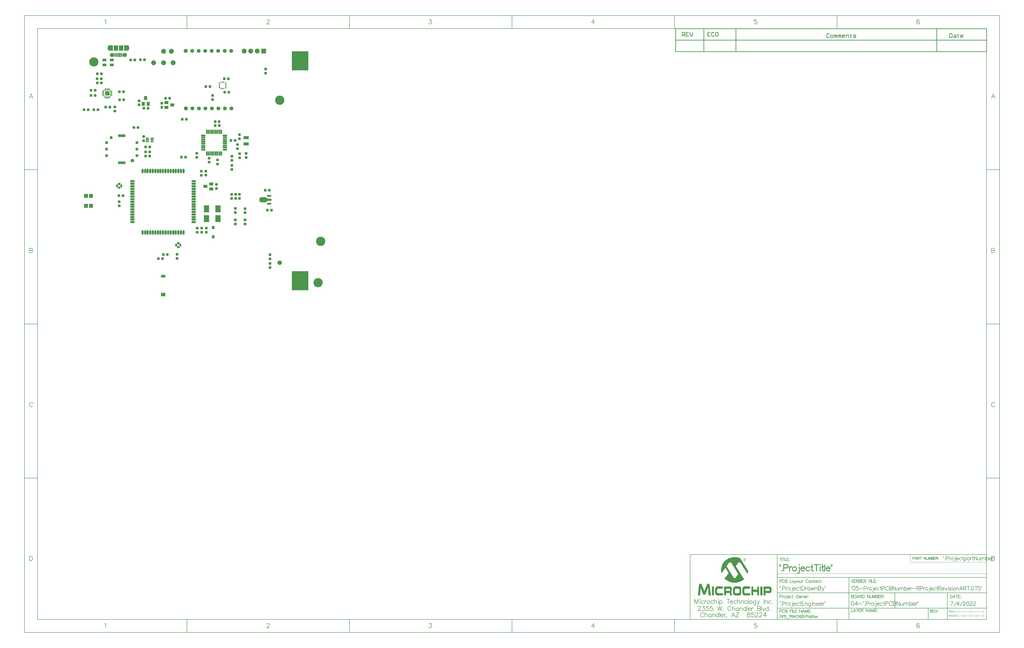
<source format=gts>
G04*
G04 #@! TF.GenerationSoftware,Altium Limited,Altium Designer,22.6.1 (34)*
G04*
G04 Layer_Color=255*
%FSLAX43Y43*%
%MOMM*%
G71*
G04*
G04 #@! TF.SameCoordinates,D55714FD-7612-40EE-B6C0-6C4E7D2459FC*
G04*
G04*
G04 #@! TF.FilePolarity,Negative*
G04*
G01*
G75*
%ADD11C,0.200*%
%ADD12C,0.100*%
%ADD13C,0.254*%
%ADD15C,0.127*%
%ADD16C,0.180*%
%ADD17C,0.178*%
%ADD18C,0.150*%
%ADD19C,0.350*%
%ADD33R,1.100X1.000*%
%ADD34R,3.000X1.000*%
%ADD35R,1.540X1.540*%
%ADD38R,0.900X0.300*%
%ADD39R,0.300X0.900*%
%ADD40R,0.300X0.300*%
%ADD47R,1.800X1.000*%
%ADD48R,1.800X1.400*%
%ADD49R,2.000X2.800*%
%ADD53C,0.700*%
%ADD54O,1.800X0.700*%
%ADD55O,0.700X1.800*%
G04:AMPARAMS|DCode=56|XSize=1.6mm|YSize=1.1mm|CornerRadius=0.325mm|HoleSize=0mm|Usage=FLASHONLY|Rotation=0.000|XOffset=0mm|YOffset=0mm|HoleType=Round|Shape=RoundedRectangle|*
%AMROUNDEDRECTD56*
21,1,1.600,0.450,0,0,0.0*
21,1,0.950,1.100,0,0,0.0*
1,1,0.650,0.475,-0.225*
1,1,0.650,-0.475,-0.225*
1,1,0.650,-0.475,0.225*
1,1,0.650,0.475,0.225*
%
%ADD56ROUNDEDRECTD56*%
G04:AMPARAMS|DCode=57|XSize=1.1mm|YSize=1mm|CornerRadius=0.3mm|HoleSize=0mm|Usage=FLASHONLY|Rotation=90.000|XOffset=0mm|YOffset=0mm|HoleType=Round|Shape=RoundedRectangle|*
%AMROUNDEDRECTD57*
21,1,1.100,0.400,0,0,90.0*
21,1,0.500,1.000,0,0,90.0*
1,1,0.600,0.200,0.250*
1,1,0.600,0.200,-0.250*
1,1,0.600,-0.200,-0.250*
1,1,0.600,-0.200,0.250*
%
%ADD57ROUNDEDRECTD57*%
%ADD58R,6.550X7.540*%
%ADD59R,1.000X1.000*%
G04:AMPARAMS|DCode=60|XSize=1.1mm|YSize=1mm|CornerRadius=0.3mm|HoleSize=0mm|Usage=FLASHONLY|Rotation=180.000|XOffset=0mm|YOffset=0mm|HoleType=Round|Shape=RoundedRectangle|*
%AMROUNDEDRECTD60*
21,1,1.100,0.400,0,0,180.0*
21,1,0.500,1.000,0,0,180.0*
1,1,0.600,-0.250,0.200*
1,1,0.600,0.250,0.200*
1,1,0.600,0.250,-0.200*
1,1,0.600,-0.250,-0.200*
%
%ADD60ROUNDEDRECTD60*%
%ADD61R,1.000X1.000*%
%ADD62R,1.600X1.200*%
%ADD63R,1.200X1.600*%
%ADD64R,1.050X1.250*%
%ADD65R,1.700X2.100*%
%ADD66R,0.600X1.550*%
%ADD67R,1.800X1.800*%
%ADD68R,2.100X1.310*%
%ADD69R,2.100X1.300*%
G04:AMPARAMS|DCode=70|XSize=1.8mm|YSize=0.8mm|CornerRadius=0.4mm|HoleSize=0mm|Usage=FLASHONLY|Rotation=180.000|XOffset=0mm|YOffset=0mm|HoleType=Round|Shape=RoundedRectangle|*
%AMROUNDEDRECTD70*
21,1,1.800,0.000,0,0,180.0*
21,1,1.000,0.800,0,0,180.0*
1,1,0.800,-0.500,0.000*
1,1,0.800,0.500,0.000*
1,1,0.800,0.500,0.000*
1,1,0.800,-0.500,0.000*
%
%ADD70ROUNDEDRECTD70*%
G04:AMPARAMS|DCode=71|XSize=1.8mm|YSize=0.8mm|CornerRadius=0.4mm|HoleSize=0mm|Usage=FLASHONLY|Rotation=270.000|XOffset=0mm|YOffset=0mm|HoleType=Round|Shape=RoundedRectangle|*
%AMROUNDEDRECTD71*
21,1,1.800,0.000,0,0,270.0*
21,1,1.000,0.800,0,0,270.0*
1,1,0.800,0.000,-0.500*
1,1,0.800,0.000,0.500*
1,1,0.800,0.000,0.500*
1,1,0.800,0.000,-0.500*
%
%ADD71ROUNDEDRECTD71*%
%ADD72R,0.450X0.550*%
%ADD73R,0.550X0.450*%
%ADD74R,1.200X0.600*%
%ADD75R,1.800X0.800*%
%ADD76R,1.800X0.900*%
%ADD77C,3.600*%
%ADD78C,1.770*%
%ADD79C,3.650*%
%ADD80C,1.495*%
%ADD81P,1.619X8X22.5*%
%ADD82P,2.057X8X22.5*%
%ADD83C,1.400*%
%ADD84C,1.200*%
%ADD85C,1.650*%
%ADD86C,1.900*%
%ADD87R,1.900X1.900*%
G36*
X12313Y65174D02*
X12326Y65172D01*
X12338Y65168D01*
X12350Y65162D01*
X12361Y65155D01*
X12371Y65146D01*
X12380Y65136D01*
X12387Y65125D01*
X12393Y65113D01*
X12397Y65101D01*
X12399Y65088D01*
X12400Y65075D01*
X12400Y63175D01*
X12399Y63162D01*
X12397Y63149D01*
X12393Y63137D01*
X12387Y63125D01*
X12380Y63114D01*
X12371Y63104D01*
X12361Y63095D01*
X12350Y63088D01*
X12338Y63082D01*
X12326Y63078D01*
X12313Y63076D01*
X12300Y63075D01*
X11000Y63075D01*
X10987Y63076D01*
X10974Y63078D01*
X10962Y63082D01*
X10950Y63088D01*
X10939Y63095D01*
X10929Y63104D01*
X10920Y63114D01*
X10913Y63125D01*
X10907Y63137D01*
X10903Y63149D01*
X10901Y63162D01*
X10900Y63175D01*
X10900Y63575D01*
X10500Y63575D01*
X10487Y63576D01*
X10474Y63578D01*
X10462Y63582D01*
X10456Y63585D01*
X10450Y63588D01*
X10439Y63595D01*
X10429Y63604D01*
X10429Y63604D01*
X10429Y63604D01*
X10421Y63614D01*
X10413Y63625D01*
X10410Y63631D01*
X10407Y63637D01*
X10403Y63649D01*
X10401Y63662D01*
X10400Y63675D01*
X10400Y64575D01*
X10400Y64575D01*
X10400Y64575D01*
X10401Y64588D01*
X10403Y64601D01*
X10407Y64613D01*
X10410Y64619D01*
X10413Y64625D01*
X10420Y64636D01*
X10429Y64646D01*
X10429Y64646D01*
X10429Y64646D01*
X10439Y64655D01*
X10450Y64662D01*
X10456Y64665D01*
X10462Y64668D01*
X10474Y64672D01*
X10487Y64674D01*
X10500Y64675D01*
X10500Y64675D01*
X10500Y64675D01*
X10900Y64675D01*
X10900Y65075D01*
X10901Y65088D01*
X10903Y65101D01*
X10907Y65113D01*
X10913Y65125D01*
X10920Y65136D01*
X10929Y65146D01*
X10939Y65155D01*
X10950Y65162D01*
X10962Y65168D01*
X10974Y65172D01*
X10987Y65174D01*
X11000Y65175D01*
X12300Y65175D01*
X12313Y65174D01*
X12313Y65174D02*
G37*
G36*
X18213Y65174D02*
X18226Y65172D01*
X18238Y65168D01*
X18250Y65162D01*
X18261Y65155D01*
X18271Y65146D01*
X18279Y65136D01*
X18287Y65125D01*
X18293Y65113D01*
X18297Y65101D01*
X18299Y65088D01*
X18300Y65075D01*
X18300Y64675D01*
X18700Y64675D01*
X18713Y64674D01*
X18726Y64672D01*
X18738Y64668D01*
X18744Y64665D01*
X18750Y64662D01*
X18761Y64655D01*
X18771Y64646D01*
X18771Y64646D01*
X18771Y64646D01*
X18779Y64636D01*
X18787Y64625D01*
X18790Y64619D01*
X18793Y64613D01*
X18797Y64601D01*
X18799Y64588D01*
X18800Y64575D01*
X18800Y63675D01*
X18800Y63675D01*
X18800Y63675D01*
X18799Y63662D01*
X18797Y63649D01*
X18793Y63637D01*
X18790Y63631D01*
X18787Y63625D01*
X18780Y63614D01*
X18771Y63604D01*
X18771Y63604D01*
X18771Y63604D01*
X18761Y63596D01*
X18750Y63588D01*
X18744Y63585D01*
X18738Y63582D01*
X18726Y63578D01*
X18713Y63576D01*
X18700Y63575D01*
X18700Y63575D01*
X18700Y63575D01*
X18300Y63575D01*
X18300Y63175D01*
X18299Y63162D01*
X18297Y63149D01*
X18293Y63137D01*
X18287Y63125D01*
X18279Y63114D01*
X18271Y63104D01*
X18261Y63095D01*
X18250Y63088D01*
X18238Y63082D01*
X18226Y63078D01*
X18213Y63076D01*
X18200Y63075D01*
X16900Y63075D01*
X16887Y63076D01*
X16874Y63078D01*
X16862Y63082D01*
X16850Y63088D01*
X16839Y63095D01*
X16829Y63104D01*
X16820Y63114D01*
X16813Y63125D01*
X16807Y63137D01*
X16803Y63149D01*
X16801Y63162D01*
X16800Y63175D01*
X16800Y65075D01*
X16801Y65088D01*
X16803Y65101D01*
X16807Y65113D01*
X16813Y65125D01*
X16820Y65136D01*
X16829Y65146D01*
X16839Y65155D01*
X16850Y65162D01*
X16862Y65168D01*
X16874Y65172D01*
X16887Y65174D01*
X16900Y65175D01*
X18200Y65175D01*
X18213Y65174D01*
X18213Y65174D02*
G37*
G36*
X15374Y10772D02*
X15124Y10542D01*
X14624Y10542D01*
X14374Y10772D01*
X14374Y11372D01*
X15374Y11372D01*
X15374Y10772D01*
X15374Y10772D02*
G37*
G36*
X16024Y9672D02*
X15554Y9672D01*
X15324Y9902D01*
X15324Y10222D01*
X15324Y10542D01*
X15554Y10772D01*
X16024Y10772D01*
X16024Y9672D01*
X16024Y9672D02*
G37*
G36*
X14424Y10542D02*
X14424Y10222D01*
X14424Y9902D01*
X14194Y9672D01*
X13724Y9672D01*
X13724Y10772D01*
X14194Y10772D01*
X14424Y10542D01*
X14424Y10542D02*
G37*
G36*
X15374Y9672D02*
X15374Y9072D01*
X14374Y9072D01*
X14374Y9672D01*
X14624Y9902D01*
X15124Y9902D01*
X15374Y9672D01*
X15374Y9672D02*
G37*
G36*
X72188Y5757D02*
X72200Y5754D01*
X72213Y5750D01*
X72225Y5744D01*
X72236Y5737D01*
X72240Y5733D01*
X72245Y5728D01*
X72766Y5207D01*
X74295Y5207D01*
X74308Y5206D01*
X74320Y5204D01*
X74333Y5200D01*
X74345Y5194D01*
X74356Y5187D01*
X74365Y5178D01*
X74374Y5168D01*
X74381Y5157D01*
X74387Y5145D01*
X74391Y5133D01*
X74394Y5120D01*
X74395Y5107D01*
X74395Y4407D01*
X74394Y4394D01*
X74391Y4381D01*
X74387Y4369D01*
X74381Y4357D01*
X74374Y4346D01*
X74365Y4336D01*
X74356Y4328D01*
X74345Y4320D01*
X74333Y4315D01*
X74320Y4310D01*
X74308Y4308D01*
X74295Y4307D01*
X72761Y4307D01*
X72261Y3807D01*
X72261Y3807D01*
X72254Y3796D01*
X72245Y3786D01*
X72236Y3778D01*
X72225Y3770D01*
X72213Y3765D01*
X72200Y3760D01*
X72188Y3758D01*
X72174Y3757D01*
X70195Y3757D01*
X70181Y3758D01*
X70169Y3760D01*
X70156Y3765D01*
X70144Y3770D01*
X70133Y3778D01*
X70124Y3786D01*
X69674Y4236D01*
X69665Y4246D01*
X69658Y4257D01*
X69652Y4269D01*
X69648Y4281D01*
X69645Y4294D01*
X69644Y4307D01*
X69644Y5207D01*
X69645Y5220D01*
X69648Y5233D01*
X69652Y5246D01*
X69658Y5257D01*
X69665Y5268D01*
X69674Y5278D01*
X70124Y5728D01*
X70133Y5737D01*
X70144Y5744D01*
X70156Y5750D01*
X70169Y5754D01*
X70181Y5756D01*
X70195Y5757D01*
X72174Y5757D01*
X72188Y5757D01*
X72188Y5757D02*
G37*
G36*
X38473Y-12471D02*
X38223Y-12701D01*
X37723Y-12701D01*
X37473Y-12471D01*
X37473Y-11871D01*
X38473Y-11871D01*
X38473Y-12471D01*
X38473Y-12471D02*
G37*
G36*
X39123Y-13571D02*
X38653Y-13571D01*
X38423Y-13341D01*
X38423Y-13021D01*
X38423Y-12701D01*
X38653Y-12471D01*
X39123Y-12471D01*
X39123Y-13571D01*
X39123Y-13571D02*
G37*
G36*
X37523Y-12701D02*
X37523Y-13021D01*
X37523Y-13341D01*
X37293Y-13571D01*
X36823Y-13571D01*
X36823Y-12471D01*
X37293Y-12471D01*
X37523Y-12701D01*
X37523Y-12701D02*
G37*
G36*
X38473Y-13571D02*
X38473Y-14171D01*
X37473Y-14171D01*
X37473Y-13571D01*
X37723Y-13341D01*
X38223Y-13341D01*
X38473Y-13571D01*
X38473Y-13571D02*
G37*
G36*
X259352Y-135547D02*
X259440Y-135573D01*
X259542Y-135611D01*
X259631Y-135674D01*
X259720Y-135776D01*
X259783Y-135903D01*
X259809Y-135992D01*
X259809Y-136081D01*
X259809Y-136106D01*
X259796Y-136170D01*
X259783Y-136259D01*
X259745Y-136373D01*
X259682Y-136474D01*
X259580Y-136563D01*
X259440Y-136640D01*
X259364Y-136652D01*
X259263Y-136665D01*
X259225Y-136665D01*
X259174Y-136652D01*
X259123Y-136640D01*
X258983Y-136589D01*
X258907Y-136551D01*
X258844Y-136500D01*
X258831Y-136487D01*
X258818Y-136462D01*
X258793Y-136436D01*
X258767Y-136386D01*
X258704Y-136246D01*
X258691Y-136170D01*
X258678Y-136081D01*
X258678Y-136068D01*
X258678Y-136043D01*
X258691Y-136005D01*
X258704Y-135941D01*
X258755Y-135827D01*
X258805Y-135763D01*
X258856Y-135700D01*
X258869Y-135687D01*
X258882Y-135674D01*
X258920Y-135649D01*
X258971Y-135611D01*
X259098Y-135560D01*
X259174Y-135547D01*
X259263Y-135535D01*
X259288Y-135535D01*
X259352Y-135547D01*
X259352Y-135547D02*
G37*
G36*
X255732Y-135052D02*
X255859Y-135065D01*
X255986Y-135077D01*
X256138Y-135090D01*
X256456Y-135141D01*
X256799Y-135217D01*
X257154Y-135319D01*
X257510Y-135458D01*
X260685Y-140500D01*
X260685Y-140513D01*
X260685Y-140538D01*
X260672Y-140589D01*
X260672Y-140653D01*
X260660Y-140742D01*
X260647Y-140831D01*
X260596Y-141046D01*
X260596Y-141059D01*
X260583Y-141097D01*
X260571Y-141161D01*
X260558Y-141237D01*
X260533Y-141326D01*
X260495Y-141427D01*
X260431Y-141669D01*
X257675Y-137363D01*
X257662Y-137351D01*
X257637Y-137313D01*
X257586Y-137262D01*
X257535Y-137198D01*
X257459Y-137135D01*
X257370Y-137084D01*
X257281Y-137046D01*
X257180Y-137033D01*
X257142Y-137033D01*
X257091Y-137046D01*
X257027Y-137071D01*
X256964Y-137109D01*
X256888Y-137173D01*
X256799Y-137249D01*
X256723Y-137351D01*
X255808Y-138608D01*
X259034Y-143713D01*
X259021Y-143726D01*
X258958Y-143777D01*
X258882Y-143840D01*
X258755Y-143929D01*
X258615Y-144031D01*
X258437Y-144145D01*
X258221Y-144272D01*
X257993Y-144399D01*
X257726Y-144526D01*
X257447Y-144653D01*
X257142Y-144768D01*
X256812Y-144869D01*
X256456Y-144958D01*
X256088Y-145022D01*
X255707Y-145072D01*
X255300Y-145085D01*
X255199Y-145085D01*
X255084Y-145072D01*
X254932Y-145060D01*
X254741Y-145034D01*
X254513Y-144996D01*
X254259Y-144945D01*
X253992Y-144882D01*
X253700Y-144793D01*
X253383Y-144679D01*
X253065Y-144552D01*
X252748Y-144387D01*
X252417Y-144196D01*
X252087Y-143980D01*
X251770Y-143726D01*
X251465Y-143434D01*
X252836Y-141542D01*
X252849Y-141529D01*
X252875Y-141478D01*
X252887Y-141440D01*
X252900Y-141389D01*
X252925Y-141313D01*
X252938Y-141237D01*
X252938Y-141224D01*
X252938Y-141212D01*
X252925Y-141135D01*
X252875Y-141008D01*
X252836Y-140932D01*
X252786Y-140856D01*
X251770Y-139268D01*
X250258Y-141364D01*
X250258Y-141351D01*
X250246Y-141339D01*
X250246Y-141300D01*
X250233Y-141250D01*
X250208Y-141123D01*
X250169Y-140958D01*
X250131Y-140742D01*
X250106Y-140513D01*
X250093Y-140259D01*
X250081Y-139980D01*
X250081Y-139954D01*
X250081Y-139891D01*
X250093Y-139789D01*
X250106Y-139649D01*
X250131Y-139484D01*
X250157Y-139281D01*
X250208Y-139065D01*
X250258Y-138824D01*
X250335Y-138557D01*
X250436Y-138291D01*
X250550Y-138011D01*
X250690Y-137719D01*
X250855Y-137440D01*
X251046Y-137148D01*
X251274Y-136868D01*
X251528Y-136589D01*
X251541Y-136576D01*
X251605Y-136525D01*
X251693Y-136449D01*
X251808Y-136347D01*
X251960Y-136233D01*
X252138Y-136093D01*
X252354Y-135954D01*
X252595Y-135814D01*
X252875Y-135674D01*
X253167Y-135535D01*
X253484Y-135395D01*
X253827Y-135281D01*
X254208Y-135179D01*
X254589Y-135103D01*
X255008Y-135052D01*
X255440Y-135039D01*
X255630Y-135039D01*
X255732Y-135052D01*
X255732Y-135052D02*
G37*
G36*
X260990Y-146520D02*
X261066Y-146520D01*
X261117Y-146533D01*
X261130Y-146533D01*
X261155Y-146546D01*
X261206Y-146571D01*
X261257Y-146596D01*
X261307Y-146647D01*
X261358Y-146698D01*
X261409Y-146774D01*
X261434Y-146876D01*
X261434Y-146888D01*
X261434Y-146914D01*
X261447Y-146952D01*
X261447Y-147015D01*
X261447Y-147092D01*
X261460Y-147181D01*
X261460Y-147295D01*
X261460Y-147435D01*
X259580Y-147384D01*
X259567Y-147384D01*
X259517Y-147396D01*
X259440Y-147422D01*
X259364Y-147460D01*
X259275Y-147549D01*
X259212Y-147676D01*
X259174Y-147752D01*
X259161Y-147854D01*
X259136Y-147955D01*
X259136Y-148082D01*
X259136Y-148463D01*
X259136Y-148476D01*
X259136Y-148489D01*
X259148Y-148565D01*
X259161Y-148679D01*
X259186Y-148806D01*
X259237Y-148933D01*
X259313Y-149047D01*
X259415Y-149124D01*
X259479Y-149136D01*
X259555Y-149149D01*
X261485Y-149149D01*
X261485Y-149174D01*
X261485Y-149238D01*
X261485Y-149327D01*
X261472Y-149441D01*
X261460Y-149568D01*
X261447Y-149682D01*
X261422Y-149771D01*
X261384Y-149848D01*
X261384Y-149860D01*
X261358Y-149873D01*
X261320Y-149898D01*
X261257Y-149936D01*
X261168Y-149975D01*
X261053Y-150000D01*
X260914Y-150013D01*
X260736Y-150025D01*
X259339Y-150025D01*
X259225Y-150000D01*
X259085Y-149975D01*
X258932Y-149936D01*
X258793Y-149873D01*
X258653Y-149784D01*
X258551Y-149657D01*
X258551Y-149644D01*
X258526Y-149606D01*
X258501Y-149543D01*
X258475Y-149441D01*
X258450Y-149327D01*
X258424Y-149174D01*
X258412Y-148997D01*
X258399Y-148793D01*
X258399Y-147765D01*
X258399Y-147752D01*
X258399Y-147727D01*
X258399Y-147676D01*
X258412Y-147625D01*
X258424Y-147473D01*
X258450Y-147295D01*
X258501Y-147104D01*
X258577Y-146914D01*
X258678Y-146761D01*
X258742Y-146685D01*
X258818Y-146634D01*
X258831Y-146634D01*
X258856Y-146609D01*
X258907Y-146596D01*
X258971Y-146571D01*
X259059Y-146546D01*
X259161Y-146533D01*
X259288Y-146507D01*
X260825Y-146507D01*
X260990Y-146520D01*
X260990Y-146520D02*
G37*
G36*
X264914Y-150000D02*
X264178Y-150000D01*
X264178Y-148692D01*
X262628Y-148692D01*
X262628Y-150000D01*
X261942Y-150000D01*
X261942Y-146533D01*
X262628Y-146533D01*
X262628Y-147765D01*
X264178Y-147765D01*
X264178Y-146533D01*
X264914Y-146533D01*
X264914Y-150000D01*
X264914Y-150000D02*
G37*
G36*
X245216Y-145415D02*
X245280Y-145428D01*
X245356Y-145466D01*
X245432Y-145530D01*
X245509Y-145631D01*
X245559Y-145758D01*
X245597Y-145936D01*
X246067Y-150000D01*
X245204Y-150000D01*
X244962Y-147079D01*
X244937Y-147079D01*
X244048Y-149428D01*
X244035Y-149441D01*
X244023Y-149492D01*
X243985Y-149543D01*
X243934Y-149619D01*
X243858Y-149682D01*
X243769Y-149746D01*
X243667Y-149797D01*
X243540Y-149809D01*
X243527Y-149809D01*
X243477Y-149797D01*
X243413Y-149784D01*
X243324Y-149759D01*
X243235Y-149721D01*
X243146Y-149644D01*
X243057Y-149555D01*
X242994Y-149428D01*
X242118Y-147117D01*
X242105Y-147117D01*
X241851Y-150000D01*
X241000Y-150000D01*
X241445Y-145898D01*
X241445Y-145872D01*
X241457Y-145822D01*
X241483Y-145745D01*
X241521Y-145644D01*
X241584Y-145555D01*
X241660Y-145479D01*
X241775Y-145428D01*
X241902Y-145403D01*
X241927Y-145403D01*
X241978Y-145415D01*
X242054Y-145428D01*
X242156Y-145453D01*
X242257Y-145517D01*
X242359Y-145593D01*
X242461Y-145707D01*
X242537Y-145860D01*
X243527Y-148374D01*
X243540Y-148374D01*
X244531Y-145860D01*
X244543Y-145834D01*
X244569Y-145784D01*
X244607Y-145720D01*
X244670Y-145631D01*
X244759Y-145542D01*
X244874Y-145479D01*
X245001Y-145428D01*
X245153Y-145403D01*
X245166Y-145403D01*
X245216Y-145415D01*
X245216Y-145415D02*
G37*
G36*
X269042Y-146546D02*
X269156Y-146558D01*
X269296Y-146609D01*
X269435Y-146673D01*
X269562Y-146774D01*
X269677Y-146927D01*
X269715Y-147015D01*
X269753Y-147117D01*
X269753Y-147130D01*
X269766Y-147155D01*
X269766Y-147219D01*
X269778Y-147282D01*
X269791Y-147371D01*
X269791Y-147473D01*
X269804Y-147600D01*
X269804Y-147727D01*
X269804Y-148006D01*
X269804Y-148019D01*
X269804Y-148031D01*
X269804Y-148108D01*
X269791Y-148209D01*
X269778Y-148349D01*
X269753Y-148489D01*
X269715Y-148641D01*
X269664Y-148781D01*
X269600Y-148895D01*
X269588Y-148908D01*
X269575Y-148933D01*
X269537Y-148971D01*
X269486Y-149009D01*
X269410Y-149047D01*
X269334Y-149086D01*
X269245Y-149111D01*
X269131Y-149124D01*
X267416Y-149124D01*
X267416Y-150000D01*
X266692Y-150000D01*
X266692Y-146533D01*
X268965Y-146533D01*
X269042Y-146546D01*
X269042Y-146546D02*
G37*
G36*
X266235Y-150000D02*
X265422Y-150000D01*
X265422Y-146533D01*
X266235Y-146533D01*
X266235Y-150000D01*
X266235Y-150000D02*
G37*
G36*
X253725Y-146546D02*
X253840Y-146584D01*
X253967Y-146660D01*
X254030Y-146711D01*
X254094Y-146787D01*
X254157Y-146863D01*
X254208Y-146965D01*
X254246Y-147079D01*
X254284Y-147219D01*
X254297Y-147384D01*
X254310Y-147562D01*
X254310Y-147777D01*
X254310Y-147790D01*
X254310Y-147803D01*
X254310Y-147841D01*
X254310Y-147892D01*
X254284Y-148019D01*
X254259Y-148158D01*
X254208Y-148311D01*
X254145Y-148451D01*
X254043Y-148565D01*
X253979Y-148616D01*
X253916Y-148641D01*
X253916Y-148654D01*
X253929Y-148654D01*
X253979Y-148679D01*
X254043Y-148730D01*
X254119Y-148793D01*
X254183Y-148895D01*
X254246Y-149022D01*
X254297Y-149200D01*
X254310Y-149314D01*
X254310Y-149428D01*
X254310Y-150000D01*
X253573Y-150000D01*
X253573Y-149594D01*
X253573Y-149581D01*
X253573Y-149543D01*
X253573Y-149492D01*
X253573Y-149441D01*
X253560Y-149314D01*
X253560Y-149263D01*
X253548Y-149225D01*
X253535Y-149200D01*
X253497Y-149162D01*
X253408Y-149124D01*
X253294Y-149098D01*
X252011Y-149098D01*
X252011Y-150000D01*
X251274Y-150000D01*
X251274Y-146533D01*
X253649Y-146533D01*
X253725Y-146546D01*
X253725Y-146546D02*
G37*
G36*
X247312Y-150000D02*
X246499Y-150000D01*
X246499Y-146533D01*
X247312Y-146533D01*
X247312Y-150000D01*
X247312Y-150000D02*
G37*
G36*
X257154Y-146520D02*
X257281Y-146546D01*
X257421Y-146584D01*
X257561Y-146634D01*
X257675Y-146711D01*
X257777Y-146812D01*
X257789Y-146825D01*
X257815Y-146863D01*
X257840Y-146939D01*
X257891Y-147041D01*
X257929Y-147181D01*
X257954Y-147333D01*
X257980Y-147523D01*
X257993Y-147752D01*
X257993Y-148781D01*
X257993Y-148793D01*
X257993Y-148819D01*
X257993Y-148870D01*
X257980Y-148933D01*
X257967Y-149098D01*
X257929Y-149289D01*
X257866Y-149492D01*
X257777Y-149682D01*
X257650Y-149848D01*
X257574Y-149911D01*
X257485Y-149962D01*
X257472Y-149962D01*
X257447Y-149975D01*
X257408Y-149987D01*
X257345Y-149987D01*
X257269Y-150000D01*
X257180Y-150013D01*
X257066Y-150025D01*
X255694Y-150025D01*
X255592Y-150013D01*
X255453Y-149987D01*
X255313Y-149949D01*
X255173Y-149886D01*
X255034Y-149809D01*
X254932Y-149695D01*
X254919Y-149682D01*
X254907Y-149644D01*
X254868Y-149568D01*
X254843Y-149467D01*
X254805Y-149340D01*
X254767Y-149187D01*
X254754Y-148997D01*
X254741Y-148781D01*
X254741Y-147752D01*
X254741Y-147739D01*
X254741Y-147701D01*
X254741Y-147650D01*
X254754Y-147587D01*
X254754Y-147511D01*
X254780Y-147409D01*
X254818Y-147206D01*
X254894Y-147003D01*
X254995Y-146800D01*
X255059Y-146723D01*
X255148Y-146647D01*
X255237Y-146584D01*
X255338Y-146546D01*
X255351Y-146546D01*
X255376Y-146533D01*
X255415Y-146533D01*
X255465Y-146520D01*
X255529Y-146520D01*
X255605Y-146507D01*
X257053Y-146507D01*
X257154Y-146520D01*
X257154Y-146520D02*
G37*
G36*
X250081Y-146520D02*
X250258Y-146520D01*
X250411Y-146533D01*
X250487Y-146546D01*
X250538Y-146558D01*
X250589Y-146571D01*
X250614Y-146584D01*
X250627Y-146584D01*
X250639Y-146609D01*
X250677Y-146660D01*
X250716Y-146723D01*
X250741Y-146825D01*
X250779Y-146965D01*
X250792Y-147155D01*
X250804Y-147257D01*
X250804Y-147384D01*
X248912Y-147384D01*
X248823Y-147396D01*
X248722Y-147447D01*
X248671Y-147473D01*
X248620Y-147523D01*
X248620Y-147536D01*
X248607Y-147549D01*
X248582Y-147587D01*
X248569Y-147650D01*
X248544Y-147727D01*
X248518Y-147816D01*
X248506Y-147943D01*
X248506Y-148082D01*
X248506Y-148463D01*
X248506Y-148476D01*
X248506Y-148527D01*
X248506Y-148603D01*
X248518Y-148679D01*
X248531Y-148857D01*
X248544Y-148933D01*
X248569Y-148984D01*
X248569Y-148997D01*
X248582Y-149009D01*
X248645Y-149060D01*
X248696Y-149098D01*
X248760Y-149124D01*
X248836Y-149136D01*
X248925Y-149149D01*
X250855Y-149149D01*
X250855Y-149174D01*
X250855Y-149225D01*
X250855Y-149314D01*
X250843Y-149416D01*
X250830Y-149530D01*
X250817Y-149644D01*
X250792Y-149733D01*
X250754Y-149809D01*
X250741Y-149822D01*
X250728Y-149848D01*
X250677Y-149873D01*
X250627Y-149911D01*
X250538Y-149962D01*
X250423Y-149987D01*
X250284Y-150013D01*
X250106Y-150025D01*
X248709Y-150025D01*
X248595Y-150013D01*
X248480Y-149987D01*
X248341Y-149962D01*
X248201Y-149911D01*
X248074Y-149835D01*
X247972Y-149746D01*
X247960Y-149733D01*
X247934Y-149695D01*
X247896Y-149619D01*
X247858Y-149517D01*
X247820Y-149390D01*
X247782Y-149225D01*
X247756Y-149022D01*
X247744Y-148781D01*
X247744Y-147752D01*
X247744Y-147739D01*
X247744Y-147701D01*
X247744Y-147650D01*
X247756Y-147574D01*
X247769Y-147485D01*
X247782Y-147396D01*
X247833Y-147181D01*
X247922Y-146965D01*
X248049Y-146761D01*
X248125Y-146673D01*
X248226Y-146609D01*
X248328Y-146558D01*
X248455Y-146520D01*
X248480Y-146520D01*
X248557Y-146507D01*
X249915Y-146507D01*
X250081Y-146520D01*
X250081Y-146520D02*
G37*
%LPC*%
G36*
X259263Y-135624D02*
X259237Y-135624D01*
X259186Y-135636D01*
X259110Y-135649D01*
X259021Y-135674D01*
X258920Y-135738D01*
X258844Y-135814D01*
X258793Y-135928D01*
X258767Y-136081D01*
X258767Y-136093D01*
X258767Y-136119D01*
X258780Y-136157D01*
X258780Y-136195D01*
X258831Y-136322D01*
X258856Y-136373D01*
X258907Y-136436D01*
X258920Y-136436D01*
X258932Y-136462D01*
X259009Y-136500D01*
X259110Y-136551D01*
X259186Y-136563D01*
X259263Y-136576D01*
X259288Y-136576D01*
X259339Y-136563D01*
X259402Y-136551D01*
X259491Y-136513D01*
X259580Y-136449D01*
X259644Y-136373D01*
X259694Y-136246D01*
X259720Y-136081D01*
X259720Y-136055D01*
X259707Y-136005D01*
X259694Y-135941D01*
X259669Y-135852D01*
X259605Y-135763D01*
X259529Y-135700D01*
X259415Y-135649D01*
X259263Y-135624D01*
X259263Y-135624D02*
G37*
%LPD*%
G36*
X259390Y-135789D02*
X259428Y-135814D01*
X259466Y-135839D01*
X259491Y-135890D01*
X259504Y-135954D01*
X259504Y-135966D01*
X259504Y-135979D01*
X259479Y-136043D01*
X259440Y-136119D01*
X259390Y-136144D01*
X259339Y-136157D01*
X259517Y-136436D01*
X259415Y-136436D01*
X259225Y-136157D01*
X259123Y-136157D01*
X259123Y-136436D01*
X259021Y-136436D01*
X259021Y-135763D01*
X259301Y-135763D01*
X259390Y-135789D01*
X259390Y-135789D02*
G37*
%LPC*%
G36*
X259288Y-135852D02*
X259123Y-135852D01*
X259123Y-136068D01*
X259301Y-136068D01*
X259339Y-136055D01*
X259377Y-136017D01*
X259390Y-135954D01*
X259390Y-135941D01*
X259377Y-135903D01*
X259352Y-135865D01*
X259288Y-135852D01*
X259288Y-135852D02*
G37*
G36*
X253611Y-137021D02*
X253573Y-137021D01*
X253522Y-137033D01*
X253459Y-137059D01*
X253383Y-137097D01*
X253306Y-137160D01*
X253217Y-137236D01*
X253129Y-137338D01*
X252227Y-138595D01*
X254932Y-142875D01*
X254945Y-142888D01*
X254970Y-142939D01*
X255021Y-142990D01*
X255084Y-143066D01*
X255148Y-143129D01*
X255224Y-143193D01*
X255313Y-143244D01*
X255389Y-143256D01*
X255440Y-143256D01*
X255478Y-143244D01*
X255542Y-143218D01*
X255618Y-143193D01*
X255694Y-143142D01*
X255770Y-143066D01*
X255846Y-142977D01*
X256786Y-141618D01*
X254081Y-137351D01*
X254068Y-137338D01*
X254043Y-137300D01*
X254005Y-137249D01*
X253941Y-137186D01*
X253878Y-137122D01*
X253802Y-137071D01*
X253713Y-137033D01*
X253611Y-137021D01*
X253611Y-137021D02*
G37*
G36*
X268775Y-147371D02*
X267416Y-147371D01*
X267416Y-148260D01*
X268864Y-148260D01*
X268889Y-148235D01*
X268940Y-148209D01*
X268978Y-148171D01*
X269004Y-148108D01*
X269029Y-148019D01*
X269042Y-147892D01*
X269042Y-147765D01*
X269042Y-147752D01*
X269042Y-147701D01*
X269029Y-147638D01*
X269004Y-147562D01*
X268978Y-147498D01*
X268927Y-147435D01*
X268864Y-147384D01*
X268775Y-147371D01*
X268775Y-147371D02*
G37*
G36*
X253256Y-147371D02*
X252011Y-147371D01*
X252011Y-148235D01*
X253383Y-148235D01*
X253421Y-148209D01*
X253484Y-148184D01*
X253535Y-148146D01*
X253573Y-148082D01*
X253611Y-147993D01*
X253624Y-147866D01*
X253624Y-147765D01*
X253624Y-147752D01*
X253624Y-147701D01*
X253611Y-147638D01*
X253573Y-147562D01*
X253535Y-147498D01*
X253471Y-147435D01*
X253383Y-147384D01*
X253256Y-147371D01*
X253256Y-147371D02*
G37*
G36*
X256786Y-147371D02*
X255897Y-147371D01*
X255859Y-147384D01*
X255808Y-147396D01*
X255707Y-147435D01*
X255656Y-147485D01*
X255605Y-147536D01*
X255605Y-147549D01*
X255592Y-147562D01*
X255567Y-147600D01*
X255554Y-147663D01*
X255529Y-147739D01*
X255503Y-147828D01*
X255491Y-147943D01*
X255491Y-148082D01*
X255491Y-148463D01*
X255491Y-148476D01*
X255491Y-148527D01*
X255491Y-148590D01*
X255503Y-148679D01*
X255529Y-148857D01*
X255542Y-148946D01*
X255567Y-149009D01*
X255580Y-149035D01*
X255643Y-149073D01*
X255681Y-149098D01*
X255745Y-149124D01*
X255808Y-149136D01*
X255897Y-149149D01*
X256850Y-149149D01*
X256900Y-149136D01*
X256964Y-149111D01*
X257053Y-149060D01*
X257129Y-148984D01*
X257205Y-148857D01*
X257231Y-148781D01*
X257256Y-148692D01*
X257269Y-148578D01*
X257269Y-148463D01*
X257269Y-148082D01*
X257269Y-148070D01*
X257269Y-148019D01*
X257256Y-147955D01*
X257256Y-147866D01*
X257205Y-147689D01*
X257180Y-147600D01*
X257129Y-147536D01*
X257129Y-147523D01*
X257104Y-147511D01*
X257040Y-147447D01*
X256926Y-147396D01*
X256862Y-147384D01*
X256786Y-147371D01*
X256786Y-147371D02*
G37*
%LPD*%
D11*
X337071Y-134893D02*
X337000Y-134822D01*
X337071Y-134750D01*
X337143Y-134822D01*
X337143Y-134965D01*
X337071Y-135107D01*
X337000Y-135179D01*
X337543Y-136107D02*
X337471Y-136179D01*
X337543Y-136250D01*
X337614Y-136179D01*
X337543Y-136107D01*
X337943Y-135536D02*
X338585Y-135536D01*
X338800Y-135464D01*
X338871Y-135393D01*
X338942Y-135250D01*
X338942Y-135036D01*
X338871Y-134893D01*
X338800Y-134822D01*
X338585Y-134750D01*
X337943Y-134750D01*
X337943Y-136250D01*
X339278Y-135250D02*
X339278Y-136250D01*
X339278Y-135679D02*
X339350Y-135464D01*
X339492Y-135322D01*
X339635Y-135250D01*
X339849Y-135250D01*
X340342Y-135250D02*
X340199Y-135322D01*
X340057Y-135464D01*
X339985Y-135679D01*
X339985Y-135821D01*
X340057Y-136036D01*
X340199Y-136179D01*
X340342Y-136250D01*
X340556Y-136250D01*
X340699Y-136179D01*
X340842Y-136036D01*
X340913Y-135821D01*
X340913Y-135679D01*
X340842Y-135464D01*
X340699Y-135322D01*
X340556Y-135250D01*
X340342Y-135250D01*
X341528Y-134750D02*
X341599Y-134822D01*
X341670Y-134750D01*
X341599Y-134679D01*
X341528Y-134750D01*
X341599Y-135250D02*
X341599Y-136464D01*
X341528Y-136678D01*
X341385Y-136750D01*
X341242Y-136750D01*
X341949Y-135679D02*
X342806Y-135679D01*
X342806Y-135536D01*
X342734Y-135393D01*
X342663Y-135322D01*
X342520Y-135250D01*
X342306Y-135250D01*
X342163Y-135322D01*
X342020Y-135464D01*
X341949Y-135679D01*
X341949Y-135821D01*
X342020Y-136036D01*
X342163Y-136179D01*
X342306Y-136250D01*
X342520Y-136250D01*
X342663Y-136179D01*
X342806Y-136036D01*
X343984Y-135464D02*
X343841Y-135322D01*
X343699Y-135250D01*
X343484Y-135250D01*
X343342Y-135322D01*
X343199Y-135464D01*
X343127Y-135679D01*
X343127Y-135821D01*
X343199Y-136036D01*
X343342Y-136179D01*
X343484Y-136250D01*
X343699Y-136250D01*
X343841Y-136179D01*
X343984Y-136036D01*
X344520Y-134750D02*
X344520Y-135964D01*
X344591Y-136179D01*
X344734Y-136250D01*
X344877Y-136250D01*
X344306Y-135250D02*
X344805Y-135250D01*
X345091Y-135250D02*
X345091Y-136750D01*
X345091Y-135464D02*
X345234Y-135322D01*
X345377Y-135250D01*
X345591Y-135250D01*
X345734Y-135322D01*
X345877Y-135464D01*
X345948Y-135679D01*
X345948Y-135821D01*
X345877Y-136036D01*
X345734Y-136179D01*
X345591Y-136250D01*
X345377Y-136250D01*
X345234Y-136179D01*
X345091Y-136036D01*
X347126Y-135250D02*
X347126Y-136250D01*
X347126Y-135464D02*
X346984Y-135322D01*
X346841Y-135250D01*
X346627Y-135250D01*
X346484Y-135322D01*
X346341Y-135464D01*
X346269Y-135679D01*
X346269Y-135821D01*
X346341Y-136036D01*
X346484Y-136179D01*
X346627Y-136250D01*
X346841Y-136250D01*
X346984Y-136179D01*
X347126Y-136036D01*
X347526Y-135250D02*
X347526Y-136250D01*
X347526Y-135679D02*
X347598Y-135464D01*
X347741Y-135322D01*
X347883Y-135250D01*
X348098Y-135250D01*
X348448Y-134750D02*
X348448Y-135964D01*
X348519Y-136179D01*
X348662Y-136250D01*
X348805Y-136250D01*
X348233Y-135250D02*
X348733Y-135250D01*
X349019Y-134750D02*
X349019Y-136250D01*
X349019Y-134750D02*
X350019Y-136250D01*
X350019Y-134750D02*
X350019Y-136250D01*
X350433Y-135250D02*
X350433Y-135964D01*
X350504Y-136179D01*
X350647Y-136250D01*
X350861Y-136250D01*
X351004Y-136179D01*
X351218Y-135964D01*
X351218Y-135250D02*
X351218Y-136250D01*
X351611Y-135250D02*
X351611Y-136250D01*
X351611Y-135536D02*
X351825Y-135322D01*
X351968Y-135250D01*
X352182Y-135250D01*
X352325Y-135322D01*
X352397Y-135536D01*
X352397Y-136250D01*
X352397Y-135536D02*
X352611Y-135322D01*
X352754Y-135250D01*
X352968Y-135250D01*
X353111Y-135322D01*
X353182Y-135536D01*
X353182Y-136250D01*
X353654Y-134750D02*
X353654Y-136250D01*
X353654Y-135464D02*
X353796Y-135322D01*
X353939Y-135250D01*
X354154Y-135250D01*
X354296Y-135322D01*
X354439Y-135464D01*
X354511Y-135679D01*
X354511Y-135821D01*
X354439Y-136036D01*
X354296Y-136179D01*
X354154Y-136250D01*
X353939Y-136250D01*
X353796Y-136179D01*
X353654Y-136036D01*
X354832Y-135679D02*
X355689Y-135679D01*
X355689Y-135536D01*
X355617Y-135393D01*
X355546Y-135322D01*
X355403Y-135250D01*
X355189Y-135250D01*
X355046Y-135322D01*
X354903Y-135464D01*
X354832Y-135679D01*
X354832Y-135821D01*
X354903Y-136036D01*
X355046Y-136179D01*
X355189Y-136250D01*
X355403Y-136250D01*
X355546Y-136179D01*
X355689Y-136036D01*
X356010Y-135250D02*
X356010Y-136250D01*
X356010Y-135679D02*
X356082Y-135464D01*
X356224Y-135322D01*
X356367Y-135250D01*
X356582Y-135250D01*
X356789Y-134893D02*
X356717Y-134822D01*
X356789Y-134750D01*
X356860Y-134822D01*
X356860Y-134965D01*
X356789Y-135107D01*
X356717Y-135179D01*
D12*
X347700Y-156600D02*
X347700Y-156000D01*
X342540Y-158635D02*
X342540Y-157365D01*
X345080Y-158635D02*
X345080Y-157365D01*
X347620Y-158635D02*
X347620Y-157365D01*
X350160Y-158635D02*
X350160Y-157365D01*
X352700Y-158635D02*
X352700Y-157365D01*
X342540Y-158000D02*
X352700Y-158000D01*
X342700Y-156300D02*
X352700Y-156300D01*
X353820Y-137000D02*
X353820Y-137000D01*
X342700Y-156800D02*
X342700Y-155800D01*
X352700Y-156800D02*
X352700Y-155800D01*
X324000Y-137000D02*
X324000Y-134000D01*
X324000Y-137000D02*
X353820Y-137000D01*
X272000Y-141500D02*
X353820Y-141500D01*
X339233Y-157600D02*
X338900Y-158067D01*
X339400Y-158067D01*
X339233Y-157600D02*
X339233Y-158300D01*
X339723Y-157600D02*
X339623Y-157633D01*
X339557Y-157733D01*
X339523Y-157900D01*
X339523Y-158000D01*
X339557Y-158167D01*
X339623Y-158267D01*
X339723Y-158300D01*
X339790Y-158300D01*
X339890Y-158267D01*
X339956Y-158167D01*
X339990Y-158000D01*
X339990Y-157900D01*
X339956Y-157733D01*
X339890Y-157633D01*
X339790Y-157600D01*
X339723Y-157600D01*
X340346Y-157600D02*
X340246Y-157633D01*
X340180Y-157733D01*
X340146Y-157900D01*
X340146Y-158000D01*
X340180Y-158167D01*
X340246Y-158267D01*
X340346Y-158300D01*
X340413Y-158300D01*
X340513Y-158267D01*
X340580Y-158167D01*
X340613Y-158000D01*
X340613Y-157900D01*
X340580Y-157733D01*
X340513Y-157633D01*
X340413Y-157600D01*
X340346Y-157600D01*
X340770Y-157833D02*
X340770Y-158300D01*
X340770Y-157967D02*
X340870Y-157867D01*
X340936Y-157833D01*
X341036Y-157833D01*
X341103Y-157867D01*
X341136Y-157967D01*
X341136Y-158300D01*
X341136Y-157967D02*
X341236Y-157867D01*
X341303Y-157833D01*
X341403Y-157833D01*
X341469Y-157867D01*
X341503Y-157967D01*
X341503Y-158300D01*
X341789Y-157600D02*
X341823Y-157633D01*
X341856Y-157600D01*
X341823Y-157567D01*
X341789Y-157600D01*
X341823Y-157833D02*
X341823Y-158300D01*
X341979Y-157600D02*
X341979Y-158300D01*
X339000Y-156033D02*
X339067Y-156000D01*
X339167Y-155900D01*
X339167Y-156600D01*
X339713Y-155900D02*
X339613Y-155933D01*
X339547Y-156033D01*
X339513Y-156200D01*
X339513Y-156300D01*
X339547Y-156467D01*
X339613Y-156567D01*
X339713Y-156600D01*
X339780Y-156600D01*
X339880Y-156567D01*
X339946Y-156467D01*
X339980Y-156300D01*
X339980Y-156200D01*
X339946Y-156033D01*
X339880Y-155933D01*
X339780Y-155900D01*
X339713Y-155900D01*
X340136Y-156133D02*
X340136Y-156600D01*
X340136Y-156267D02*
X340236Y-156167D01*
X340303Y-156133D01*
X340403Y-156133D01*
X340470Y-156167D01*
X340503Y-156267D01*
X340503Y-156600D01*
X340503Y-156267D02*
X340603Y-156167D01*
X340670Y-156133D01*
X340770Y-156133D01*
X340836Y-156167D01*
X340870Y-156267D01*
X340870Y-156600D01*
X341090Y-156133D02*
X341090Y-156600D01*
X341090Y-156267D02*
X341190Y-156167D01*
X341256Y-156133D01*
X341356Y-156133D01*
X341423Y-156167D01*
X341456Y-156267D01*
X341456Y-156600D01*
X341456Y-156267D02*
X341556Y-156167D01*
X341623Y-156133D01*
X341723Y-156133D01*
X341789Y-156167D01*
X341823Y-156267D01*
X341823Y-156600D01*
D13*
X353820Y62720D02*
X353820Y71720D01*
X232320Y71720D02*
X353820Y71720D01*
X255820Y62720D02*
X255820Y67220D01*
X232320Y67220D02*
X232320Y71720D01*
X232320Y67220D02*
X353820Y67220D01*
X243320Y67220D02*
X243320Y71720D01*
X255820Y67220D02*
X255820Y71720D01*
X334320Y67220D02*
X334320Y71720D01*
X232320Y62720D02*
X232320Y67220D01*
X232320Y62720D02*
X353820Y62720D01*
X334320Y62720D02*
X334320Y67220D01*
X243320Y62720D02*
X243320Y67220D01*
X234820Y68720D02*
X234820Y70244D01*
X235582Y70244D01*
X235836Y69990D01*
X235836Y69482D01*
X235582Y69228D01*
X234820Y69228D01*
X235328Y69228D02*
X235836Y68720D01*
X237359Y70244D02*
X236344Y70244D01*
X236344Y68720D01*
X237359Y68720D01*
X236344Y69482D02*
X236851Y69482D01*
X237867Y70244D02*
X237867Y69228D01*
X238375Y68720D01*
X238883Y69228D01*
X238883Y70244D01*
X245836Y70244D02*
X244820Y70244D01*
X244820Y68720D01*
X245836Y68720D01*
X244820Y69482D02*
X245328Y69482D01*
X247359Y69990D02*
X247105Y70244D01*
X246597Y70244D01*
X246344Y69990D01*
X246344Y68974D01*
X246597Y68720D01*
X247105Y68720D01*
X247359Y68974D01*
X248629Y70244D02*
X248121Y70244D01*
X247867Y69990D01*
X247867Y68974D01*
X248121Y68720D01*
X248629Y68720D01*
X248883Y68974D01*
X248883Y69990D01*
X248629Y70244D01*
X292336Y69490D02*
X292082Y69744D01*
X291574Y69744D01*
X291320Y69490D01*
X291320Y68474D01*
X291574Y68220D01*
X292082Y68220D01*
X292336Y68474D01*
X293097Y68220D02*
X293605Y68220D01*
X293859Y68474D01*
X293859Y68982D01*
X293605Y69236D01*
X293097Y69236D01*
X292844Y68982D01*
X292844Y68474D01*
X293097Y68220D01*
X294367Y68220D02*
X294367Y69236D01*
X294621Y69236D01*
X294875Y68982D01*
X294875Y68220D01*
X294875Y68982D01*
X295129Y69236D01*
X295383Y68982D01*
X295383Y68220D01*
X295891Y68220D02*
X295891Y69236D01*
X296144Y69236D01*
X296398Y68982D01*
X296398Y68220D01*
X296398Y68982D01*
X296652Y69236D01*
X296906Y68982D01*
X296906Y68220D01*
X298176Y68220D02*
X297668Y68220D01*
X297414Y68474D01*
X297414Y68982D01*
X297668Y69236D01*
X298176Y69236D01*
X298430Y68982D01*
X298430Y68728D01*
X297414Y68728D01*
X298938Y68220D02*
X298938Y69236D01*
X299699Y69236D01*
X299953Y68982D01*
X299953Y68220D01*
X300715Y69490D02*
X300715Y69236D01*
X300461Y69236D01*
X300969Y69236D01*
X300715Y69236D01*
X300715Y68474D01*
X300969Y68220D01*
X301731Y68220D02*
X302492Y68220D01*
X302746Y68474D01*
X302492Y68728D01*
X301985Y68728D01*
X301731Y68982D01*
X301985Y69236D01*
X302746Y69236D01*
X339320Y69744D02*
X339320Y68220D01*
X340082Y68220D01*
X340336Y68474D01*
X340336Y69490D01*
X340082Y69744D01*
X339320Y69744D01*
X341097Y69236D02*
X341605Y69236D01*
X341859Y68982D01*
X341859Y68220D01*
X341097Y68220D01*
X340844Y68474D01*
X341097Y68728D01*
X341859Y68728D01*
X342621Y69490D02*
X342621Y69236D01*
X342367Y69236D01*
X342875Y69236D01*
X342621Y69236D01*
X342621Y68474D01*
X342875Y68220D01*
X344398Y68220D02*
X343891Y68220D01*
X343637Y68474D01*
X343637Y68982D01*
X343891Y69236D01*
X344398Y69236D01*
X344652Y68982D01*
X344652Y68728D01*
X343637Y68728D01*
D15*
X331000Y-159420D02*
X331000Y-155000D01*
X300000Y-159420D02*
X300000Y-143000D01*
X318000Y-155000D02*
X318000Y-149000D01*
X338500Y-159420D02*
X338500Y-149000D01*
X238000Y-159420D02*
X238000Y-134000D01*
X272000Y-159420D02*
X272000Y-134000D01*
X353820Y-159420D02*
X353820Y-134000D01*
X238000Y-159420D02*
X353820Y-159420D01*
X272000Y-155000D02*
X353820Y-155000D01*
X272000Y-149000D02*
X353820Y-149000D01*
X272000Y-143000D02*
X353820Y-143000D01*
X238000Y-134000D02*
X353820Y-134000D01*
X203960Y-159420D02*
X239520Y-159420D01*
X41400Y-164500D02*
X41400Y-159420D01*
X-22100Y-104175D02*
X-17020Y-104175D01*
X-22100Y-43850D02*
X-17020Y-43850D01*
X-22100Y16475D02*
X-17020Y16475D01*
X-17020Y-159420D02*
X353820Y-159420D01*
X-17020Y-159420D02*
X-17020Y71720D01*
X-22100Y-164500D02*
X358900Y-164500D01*
X-22100Y-164500D02*
X-22100Y76800D01*
X353820Y-159420D02*
X353820Y-128940D01*
X104900Y-164500D02*
X104900Y-159420D01*
X168400Y-164500D02*
X168400Y-159420D01*
X231900Y-164500D02*
X231900Y-159420D01*
X295400Y-164500D02*
X295400Y-159420D01*
X353820Y-104175D02*
X358900Y-104175D01*
X353820Y-43850D02*
X358900Y-43850D01*
X353820Y16475D02*
X358900Y16475D01*
X358900Y-164500D02*
X358900Y76800D01*
X353820Y-159420D02*
X353820Y71720D01*
X41400Y71720D02*
X41400Y76800D01*
X-22100Y76800D02*
X358900Y76800D01*
X-17020Y71720D02*
X353820Y71720D01*
X104900Y71720D02*
X104900Y76800D01*
X168400Y71720D02*
X168400Y76800D01*
X231900Y71720D02*
X231900Y76800D01*
X295400Y71720D02*
X295400Y76800D01*
X301000Y-155357D02*
X301000Y-156500D01*
X301653Y-156500D01*
X302649Y-156500D02*
X302214Y-155357D01*
X301778Y-156500D01*
X301941Y-156119D02*
X302486Y-156119D01*
X302915Y-155357D02*
X303351Y-155901D01*
X303351Y-156500D01*
X303786Y-155357D02*
X303351Y-155901D01*
X304641Y-155357D02*
X303933Y-155357D01*
X303933Y-156500D01*
X304641Y-156500D01*
X303933Y-155901D02*
X304368Y-155901D01*
X304831Y-155357D02*
X304831Y-156500D01*
X304831Y-155357D02*
X305321Y-155357D01*
X305484Y-155412D01*
X305538Y-155466D01*
X305593Y-155575D01*
X305593Y-155684D01*
X305538Y-155793D01*
X305484Y-155847D01*
X305321Y-155901D01*
X304831Y-155901D01*
X305212Y-155901D02*
X305593Y-156500D01*
X306746Y-155357D02*
X306746Y-156500D01*
X306746Y-155357D02*
X307508Y-156500D01*
X307508Y-155357D02*
X307508Y-156500D01*
X308695Y-156500D02*
X308259Y-155357D01*
X307824Y-156500D01*
X307987Y-156119D02*
X308531Y-156119D01*
X308961Y-155357D02*
X308961Y-156500D01*
X308961Y-155357D02*
X309397Y-156500D01*
X309832Y-155357D02*
X309397Y-156500D01*
X309832Y-155357D02*
X309832Y-156500D01*
X310866Y-155357D02*
X310158Y-155357D01*
X310158Y-156500D01*
X310866Y-156500D01*
X310158Y-155901D02*
X310594Y-155901D01*
X311111Y-155738D02*
X311056Y-155793D01*
X311111Y-155847D01*
X311165Y-155793D01*
X311111Y-155738D01*
X311111Y-156391D02*
X311056Y-156446D01*
X311111Y-156500D01*
X311165Y-156446D01*
X311111Y-156391D01*
X331750Y-155607D02*
X331750Y-156750D01*
X331750Y-155607D02*
X332240Y-155607D01*
X332403Y-155662D01*
X332457Y-155716D01*
X332512Y-155825D01*
X332512Y-155934D01*
X332457Y-156043D01*
X332403Y-156097D01*
X332240Y-156151D01*
X331750Y-156151D01*
X332131Y-156151D02*
X332512Y-156750D01*
X333475Y-155607D02*
X332768Y-155607D01*
X332768Y-156750D01*
X333475Y-156750D01*
X332768Y-156151D02*
X333203Y-156151D01*
X333665Y-155607D02*
X334101Y-156750D01*
X334536Y-155607D02*
X334101Y-156750D01*
X334737Y-155988D02*
X334683Y-156043D01*
X334737Y-156097D01*
X334792Y-156043D01*
X334737Y-155988D01*
X334737Y-156641D02*
X334683Y-156696D01*
X334737Y-156750D01*
X334792Y-156696D01*
X334737Y-156641D01*
X339700Y-149857D02*
X339700Y-151000D01*
X339700Y-149857D02*
X340081Y-149857D01*
X340244Y-149912D01*
X340353Y-150020D01*
X340407Y-150129D01*
X340462Y-150293D01*
X340462Y-150565D01*
X340407Y-150728D01*
X340353Y-150837D01*
X340244Y-150946D01*
X340081Y-151000D01*
X339700Y-151000D01*
X341588Y-151000D02*
X341153Y-149857D01*
X340718Y-151000D01*
X340881Y-150619D02*
X341425Y-150619D01*
X342236Y-149857D02*
X342236Y-151000D01*
X341855Y-149857D02*
X342617Y-149857D01*
X343460Y-149857D02*
X342753Y-149857D01*
X342753Y-151000D01*
X343460Y-151000D01*
X342753Y-150401D02*
X343188Y-150401D01*
X343705Y-150238D02*
X343651Y-150293D01*
X343705Y-150347D01*
X343760Y-150293D01*
X343705Y-150238D01*
X343705Y-150891D02*
X343651Y-150946D01*
X343705Y-151000D01*
X343760Y-150946D01*
X343705Y-150891D01*
X273381Y-135357D02*
X273381Y-136500D01*
X273000Y-135357D02*
X273762Y-135357D01*
X273898Y-135357D02*
X273898Y-136500D01*
X274518Y-135357D02*
X274518Y-136500D01*
X274137Y-135357D02*
X274899Y-135357D01*
X275035Y-135357D02*
X275035Y-136500D01*
X275688Y-136500D01*
X276521Y-135357D02*
X275813Y-135357D01*
X275813Y-136500D01*
X276521Y-136500D01*
X275813Y-135901D02*
X276249Y-135901D01*
X276766Y-135738D02*
X276711Y-135793D01*
X276766Y-135847D01*
X276820Y-135793D01*
X276766Y-135738D01*
X276766Y-136391D02*
X276711Y-136446D01*
X276766Y-136500D01*
X276820Y-136446D01*
X276766Y-136391D01*
D16*
X273076Y-152553D02*
X273000Y-152477D01*
X273076Y-152400D01*
X273152Y-152477D01*
X273152Y-152629D01*
X273076Y-152781D01*
X273000Y-152857D01*
X273579Y-153848D02*
X273503Y-153924D01*
X273579Y-154000D01*
X273655Y-153924D01*
X273579Y-153848D01*
X274006Y-153238D02*
X274691Y-153238D01*
X274920Y-153162D01*
X274996Y-153086D01*
X275072Y-152934D01*
X275072Y-152705D01*
X274996Y-152553D01*
X274920Y-152477D01*
X274691Y-152400D01*
X274006Y-152400D01*
X274006Y-154000D01*
X275430Y-152934D02*
X275430Y-154000D01*
X275430Y-153391D02*
X275506Y-153162D01*
X275658Y-153010D01*
X275811Y-152934D01*
X276039Y-152934D01*
X276565Y-152934D02*
X276413Y-153010D01*
X276260Y-153162D01*
X276184Y-153391D01*
X276184Y-153543D01*
X276260Y-153771D01*
X276413Y-153924D01*
X276565Y-154000D01*
X276793Y-154000D01*
X276946Y-153924D01*
X277098Y-153771D01*
X277174Y-153543D01*
X277174Y-153391D01*
X277098Y-153162D01*
X276946Y-153010D01*
X276793Y-152934D01*
X276565Y-152934D01*
X277829Y-152400D02*
X277906Y-152477D01*
X277982Y-152400D01*
X277906Y-152324D01*
X277829Y-152400D01*
X277906Y-152934D02*
X277906Y-154229D01*
X277829Y-154457D01*
X277677Y-154533D01*
X277525Y-154533D01*
X278279Y-153391D02*
X279193Y-153391D01*
X279193Y-153238D01*
X279117Y-153086D01*
X279041Y-153010D01*
X278888Y-152934D01*
X278660Y-152934D01*
X278507Y-153010D01*
X278355Y-153162D01*
X278279Y-153391D01*
X278279Y-153543D01*
X278355Y-153771D01*
X278507Y-153924D01*
X278660Y-154000D01*
X278888Y-154000D01*
X279041Y-153924D01*
X279193Y-153771D01*
X280450Y-153162D02*
X280297Y-153010D01*
X280145Y-152934D01*
X279917Y-152934D01*
X279764Y-153010D01*
X279612Y-153162D01*
X279536Y-153391D01*
X279536Y-153543D01*
X279612Y-153771D01*
X279764Y-153924D01*
X279917Y-154000D01*
X280145Y-154000D01*
X280297Y-153924D01*
X280450Y-153771D01*
X281021Y-152400D02*
X281021Y-153695D01*
X281097Y-153924D01*
X281250Y-154000D01*
X281402Y-154000D01*
X280793Y-152934D02*
X281326Y-152934D01*
X282621Y-152400D02*
X281631Y-152400D01*
X281631Y-154000D01*
X282621Y-154000D01*
X281631Y-153162D02*
X282240Y-153162D01*
X282887Y-152934D02*
X282887Y-154000D01*
X282887Y-153238D02*
X283116Y-153010D01*
X283268Y-152934D01*
X283497Y-152934D01*
X283649Y-153010D01*
X283725Y-153238D01*
X283725Y-154000D01*
X285058Y-152934D02*
X285058Y-154152D01*
X284982Y-154381D01*
X284906Y-154457D01*
X284754Y-154533D01*
X284525Y-154533D01*
X284373Y-154457D01*
X285058Y-153162D02*
X284906Y-153010D01*
X284754Y-152934D01*
X284525Y-152934D01*
X284373Y-153010D01*
X284220Y-153162D01*
X284144Y-153391D01*
X284144Y-153543D01*
X284220Y-153771D01*
X284373Y-153924D01*
X284525Y-154000D01*
X284754Y-154000D01*
X284906Y-153924D01*
X285058Y-153771D01*
X285637Y-152400D02*
X285713Y-152477D01*
X285790Y-152400D01*
X285713Y-152324D01*
X285637Y-152400D01*
X285713Y-152934D02*
X285713Y-154000D01*
X286072Y-152934D02*
X286072Y-154000D01*
X286072Y-153238D02*
X286300Y-153010D01*
X286452Y-152934D01*
X286681Y-152934D01*
X286833Y-153010D01*
X286909Y-153238D01*
X286909Y-154000D01*
X287328Y-153391D02*
X288242Y-153391D01*
X288242Y-153238D01*
X288166Y-153086D01*
X288090Y-153010D01*
X287938Y-152934D01*
X287709Y-152934D01*
X287557Y-153010D01*
X287405Y-153162D01*
X287328Y-153391D01*
X287328Y-153543D01*
X287405Y-153771D01*
X287557Y-153924D01*
X287709Y-154000D01*
X287938Y-154000D01*
X288090Y-153924D01*
X288242Y-153771D01*
X288585Y-153391D02*
X289499Y-153391D01*
X289499Y-153238D01*
X289423Y-153086D01*
X289347Y-153010D01*
X289195Y-152934D01*
X288966Y-152934D01*
X288814Y-153010D01*
X288661Y-153162D01*
X288585Y-153391D01*
X288585Y-153543D01*
X288661Y-153771D01*
X288814Y-153924D01*
X288966Y-154000D01*
X289195Y-154000D01*
X289347Y-153924D01*
X289499Y-153771D01*
X289842Y-152934D02*
X289842Y-154000D01*
X289842Y-153391D02*
X289918Y-153162D01*
X290071Y-153010D01*
X290223Y-152934D01*
X290452Y-152934D01*
X290672Y-152553D02*
X290596Y-152477D01*
X290672Y-152400D01*
X290749Y-152477D01*
X290749Y-152629D01*
X290672Y-152781D01*
X290596Y-152857D01*
X301457Y-152400D02*
X301229Y-152477D01*
X301076Y-152705D01*
X301000Y-153086D01*
X301000Y-153314D01*
X301076Y-153695D01*
X301229Y-153924D01*
X301457Y-154000D01*
X301609Y-154000D01*
X301838Y-153924D01*
X301990Y-153695D01*
X302066Y-153314D01*
X302066Y-153086D01*
X301990Y-152705D01*
X301838Y-152477D01*
X301609Y-152400D01*
X301457Y-152400D01*
X303186Y-152400D02*
X302424Y-153467D01*
X303567Y-153467D01*
X303186Y-152400D02*
X303186Y-154000D01*
X303849Y-153314D02*
X305220Y-153314D01*
X305769Y-152553D02*
X305692Y-152477D01*
X305769Y-152400D01*
X305845Y-152477D01*
X305845Y-152629D01*
X305769Y-152781D01*
X305692Y-152857D01*
X306271Y-153848D02*
X306195Y-153924D01*
X306271Y-154000D01*
X306347Y-153924D01*
X306271Y-153848D01*
X306698Y-153238D02*
X307383Y-153238D01*
X307612Y-153162D01*
X307688Y-153086D01*
X307764Y-152934D01*
X307764Y-152705D01*
X307688Y-152553D01*
X307612Y-152477D01*
X307383Y-152400D01*
X306698Y-152400D01*
X306698Y-154000D01*
X308122Y-152934D02*
X308122Y-154000D01*
X308122Y-153391D02*
X308198Y-153162D01*
X308351Y-153010D01*
X308503Y-152934D01*
X308732Y-152934D01*
X309257Y-152934D02*
X309105Y-153010D01*
X308953Y-153162D01*
X308876Y-153391D01*
X308876Y-153543D01*
X308953Y-153771D01*
X309105Y-153924D01*
X309257Y-154000D01*
X309486Y-154000D01*
X309638Y-153924D01*
X309790Y-153771D01*
X309867Y-153543D01*
X309867Y-153391D01*
X309790Y-153162D01*
X309638Y-153010D01*
X309486Y-152934D01*
X309257Y-152934D01*
X310522Y-152400D02*
X310598Y-152477D01*
X310674Y-152400D01*
X310598Y-152324D01*
X310522Y-152400D01*
X310598Y-152934D02*
X310598Y-154229D01*
X310522Y-154457D01*
X310369Y-154533D01*
X310217Y-154533D01*
X310971Y-153391D02*
X311885Y-153391D01*
X311885Y-153238D01*
X311809Y-153086D01*
X311733Y-153010D01*
X311581Y-152934D01*
X311352Y-152934D01*
X311200Y-153010D01*
X311047Y-153162D01*
X310971Y-153391D01*
X310971Y-153543D01*
X311047Y-153771D01*
X311200Y-153924D01*
X311352Y-154000D01*
X311581Y-154000D01*
X311733Y-153924D01*
X311885Y-153771D01*
X313142Y-153162D02*
X312990Y-153010D01*
X312837Y-152934D01*
X312609Y-152934D01*
X312457Y-153010D01*
X312304Y-153162D01*
X312228Y-153391D01*
X312228Y-153543D01*
X312304Y-153771D01*
X312457Y-153924D01*
X312609Y-154000D01*
X312837Y-154000D01*
X312990Y-153924D01*
X313142Y-153771D01*
X313713Y-152400D02*
X313713Y-153695D01*
X313790Y-153924D01*
X313942Y-154000D01*
X314094Y-154000D01*
X313485Y-152934D02*
X314018Y-152934D01*
X314323Y-153238D02*
X315008Y-153238D01*
X315237Y-153162D01*
X315313Y-153086D01*
X315389Y-152934D01*
X315389Y-152705D01*
X315313Y-152553D01*
X315237Y-152477D01*
X315008Y-152400D01*
X314323Y-152400D01*
X314323Y-154000D01*
X316890Y-152781D02*
X316814Y-152629D01*
X316661Y-152477D01*
X316509Y-152400D01*
X316204Y-152400D01*
X316052Y-152477D01*
X315900Y-152629D01*
X315823Y-152781D01*
X315747Y-153010D01*
X315747Y-153391D01*
X315823Y-153619D01*
X315900Y-153771D01*
X316052Y-153924D01*
X316204Y-154000D01*
X316509Y-154000D01*
X316661Y-153924D01*
X316814Y-153771D01*
X316890Y-153619D01*
X317339Y-152400D02*
X317339Y-154000D01*
X317339Y-152400D02*
X318025Y-152400D01*
X318253Y-152477D01*
X318330Y-152553D01*
X318406Y-152705D01*
X318406Y-152857D01*
X318330Y-153010D01*
X318253Y-153086D01*
X318025Y-153162D01*
X317339Y-153162D02*
X318025Y-153162D01*
X318253Y-153238D01*
X318330Y-153314D01*
X318406Y-153467D01*
X318406Y-153695D01*
X318330Y-153848D01*
X318253Y-153924D01*
X318025Y-154000D01*
X317339Y-154000D01*
X318764Y-152400D02*
X318764Y-154000D01*
X318764Y-152400D02*
X319830Y-154000D01*
X319830Y-152400D02*
X319830Y-154000D01*
X320272Y-152934D02*
X320272Y-153695D01*
X320348Y-153924D01*
X320501Y-154000D01*
X320729Y-154000D01*
X320881Y-153924D01*
X321110Y-153695D01*
X321110Y-152934D02*
X321110Y-154000D01*
X321529Y-152934D02*
X321529Y-154000D01*
X321529Y-153238D02*
X321757Y-153010D01*
X321910Y-152934D01*
X322138Y-152934D01*
X322291Y-153010D01*
X322367Y-153238D01*
X322367Y-154000D01*
X322367Y-153238D02*
X322595Y-153010D01*
X322748Y-152934D01*
X322976Y-152934D01*
X323129Y-153010D01*
X323205Y-153238D01*
X323205Y-154000D01*
X323708Y-152400D02*
X323708Y-154000D01*
X323708Y-153162D02*
X323860Y-153010D01*
X324012Y-152934D01*
X324241Y-152934D01*
X324393Y-153010D01*
X324545Y-153162D01*
X324622Y-153391D01*
X324622Y-153543D01*
X324545Y-153771D01*
X324393Y-153924D01*
X324241Y-154000D01*
X324012Y-154000D01*
X323860Y-153924D01*
X323708Y-153771D01*
X324964Y-153391D02*
X325878Y-153391D01*
X325878Y-153238D01*
X325802Y-153086D01*
X325726Y-153010D01*
X325574Y-152934D01*
X325345Y-152934D01*
X325193Y-153010D01*
X325041Y-153162D01*
X324964Y-153391D01*
X324964Y-153543D01*
X325041Y-153771D01*
X325193Y-153924D01*
X325345Y-154000D01*
X325574Y-154000D01*
X325726Y-153924D01*
X325878Y-153771D01*
X326221Y-152934D02*
X326221Y-154000D01*
X326221Y-153391D02*
X326297Y-153162D01*
X326450Y-153010D01*
X326602Y-152934D01*
X326831Y-152934D01*
X327052Y-152553D02*
X326975Y-152477D01*
X327052Y-152400D01*
X327128Y-152477D01*
X327128Y-152629D01*
X327052Y-152781D01*
X326975Y-152857D01*
D17*
X273076Y-146553D02*
X273000Y-146477D01*
X273076Y-146400D01*
X273152Y-146477D01*
X273152Y-146629D01*
X273076Y-146781D01*
X273000Y-146857D01*
X273579Y-147848D02*
X273503Y-147924D01*
X273579Y-148000D01*
X273655Y-147924D01*
X273579Y-147848D01*
X274006Y-147238D02*
X274691Y-147238D01*
X274920Y-147162D01*
X274996Y-147086D01*
X275072Y-146934D01*
X275072Y-146705D01*
X274996Y-146553D01*
X274920Y-146477D01*
X274691Y-146400D01*
X274006Y-146400D01*
X274006Y-148000D01*
X275430Y-146934D02*
X275430Y-148000D01*
X275430Y-147391D02*
X275506Y-147162D01*
X275658Y-147010D01*
X275811Y-146934D01*
X276039Y-146934D01*
X276565Y-146934D02*
X276413Y-147010D01*
X276260Y-147162D01*
X276184Y-147391D01*
X276184Y-147543D01*
X276260Y-147771D01*
X276413Y-147924D01*
X276565Y-148000D01*
X276793Y-148000D01*
X276946Y-147924D01*
X277098Y-147771D01*
X277174Y-147543D01*
X277174Y-147391D01*
X277098Y-147162D01*
X276946Y-147010D01*
X276793Y-146934D01*
X276565Y-146934D01*
X277829Y-146400D02*
X277906Y-146477D01*
X277982Y-146400D01*
X277906Y-146324D01*
X277829Y-146400D01*
X277906Y-146934D02*
X277906Y-148229D01*
X277829Y-148457D01*
X277677Y-148533D01*
X277525Y-148533D01*
X278279Y-147391D02*
X279193Y-147391D01*
X279193Y-147238D01*
X279117Y-147086D01*
X279041Y-147010D01*
X278888Y-146934D01*
X278660Y-146934D01*
X278507Y-147010D01*
X278355Y-147162D01*
X278279Y-147391D01*
X278279Y-147543D01*
X278355Y-147771D01*
X278507Y-147924D01*
X278660Y-148000D01*
X278888Y-148000D01*
X279041Y-147924D01*
X279193Y-147771D01*
X280450Y-147162D02*
X280297Y-147010D01*
X280145Y-146934D01*
X279917Y-146934D01*
X279764Y-147010D01*
X279612Y-147162D01*
X279536Y-147391D01*
X279536Y-147543D01*
X279612Y-147771D01*
X279764Y-147924D01*
X279917Y-148000D01*
X280145Y-148000D01*
X280297Y-147924D01*
X280450Y-147771D01*
X281021Y-146400D02*
X281021Y-147695D01*
X281097Y-147924D01*
X281250Y-148000D01*
X281402Y-148000D01*
X280793Y-146934D02*
X281326Y-146934D01*
X281631Y-146400D02*
X281631Y-148000D01*
X281631Y-146400D02*
X282164Y-146400D01*
X282392Y-146477D01*
X282545Y-146629D01*
X282621Y-146781D01*
X282697Y-147010D01*
X282697Y-147391D01*
X282621Y-147619D01*
X282545Y-147771D01*
X282392Y-147924D01*
X282164Y-148000D01*
X281631Y-148000D01*
X283055Y-146934D02*
X283055Y-148000D01*
X283055Y-147391D02*
X283131Y-147162D01*
X283284Y-147010D01*
X283436Y-146934D01*
X283664Y-146934D01*
X284723Y-146934D02*
X284723Y-148000D01*
X284723Y-147162D02*
X284571Y-147010D01*
X284419Y-146934D01*
X284190Y-146934D01*
X284038Y-147010D01*
X283885Y-147162D01*
X283809Y-147391D01*
X283809Y-147543D01*
X283885Y-147771D01*
X284038Y-147924D01*
X284190Y-148000D01*
X284419Y-148000D01*
X284571Y-147924D01*
X284723Y-147771D01*
X285150Y-146934D02*
X285454Y-148000D01*
X285759Y-146934D02*
X285454Y-148000D01*
X285759Y-146934D02*
X286064Y-148000D01*
X286369Y-146934D02*
X286064Y-148000D01*
X286742Y-146934D02*
X286742Y-148000D01*
X286742Y-147238D02*
X286970Y-147010D01*
X287123Y-146934D01*
X287351Y-146934D01*
X287504Y-147010D01*
X287580Y-147238D01*
X287580Y-148000D01*
X287999Y-146400D02*
X287999Y-148000D01*
X287999Y-146400D02*
X288684Y-146400D01*
X288913Y-146477D01*
X288989Y-146553D01*
X289065Y-146705D01*
X289065Y-146857D01*
X288989Y-147010D01*
X288913Y-147086D01*
X288684Y-147162D01*
X287999Y-147162D02*
X288684Y-147162D01*
X288913Y-147238D01*
X288989Y-147314D01*
X289065Y-147467D01*
X289065Y-147695D01*
X288989Y-147848D01*
X288913Y-147924D01*
X288684Y-148000D01*
X287999Y-148000D01*
X289499Y-146934D02*
X289956Y-148000D01*
X290413Y-146934D02*
X289956Y-148000D01*
X289804Y-148305D01*
X289652Y-148457D01*
X289499Y-148533D01*
X289423Y-148533D01*
X290756Y-146553D02*
X290680Y-146477D01*
X290756Y-146400D01*
X290832Y-146477D01*
X290832Y-146629D01*
X290756Y-146781D01*
X290680Y-146857D01*
X243270Y-157146D02*
X243185Y-156976D01*
X243016Y-156807D01*
X242846Y-156722D01*
X242508Y-156722D01*
X242339Y-156807D01*
X242169Y-156976D01*
X242085Y-157146D01*
X242000Y-157400D01*
X242000Y-157823D01*
X242085Y-158077D01*
X242169Y-158246D01*
X242339Y-158415D01*
X242508Y-158500D01*
X242846Y-158500D01*
X243016Y-158415D01*
X243185Y-158246D01*
X243270Y-158077D01*
X243769Y-156722D02*
X243769Y-158500D01*
X243769Y-157654D02*
X244023Y-157400D01*
X244192Y-157315D01*
X244446Y-157315D01*
X244616Y-157400D01*
X244700Y-157654D01*
X244700Y-158500D01*
X246182Y-157315D02*
X246182Y-158500D01*
X246182Y-157569D02*
X246012Y-157400D01*
X245843Y-157315D01*
X245589Y-157315D01*
X245420Y-157400D01*
X245251Y-157569D01*
X245166Y-157823D01*
X245166Y-157992D01*
X245251Y-158246D01*
X245420Y-158415D01*
X245589Y-158500D01*
X245843Y-158500D01*
X246012Y-158415D01*
X246182Y-158246D01*
X246656Y-157315D02*
X246656Y-158500D01*
X246656Y-157654D02*
X246910Y-157400D01*
X247079Y-157315D01*
X247333Y-157315D01*
X247502Y-157400D01*
X247587Y-157654D01*
X247587Y-158500D01*
X249068Y-156722D02*
X249068Y-158500D01*
X249068Y-157569D02*
X248899Y-157400D01*
X248730Y-157315D01*
X248476Y-157315D01*
X248306Y-157400D01*
X248137Y-157569D01*
X248052Y-157823D01*
X248052Y-157992D01*
X248137Y-158246D01*
X248306Y-158415D01*
X248476Y-158500D01*
X248730Y-158500D01*
X248899Y-158415D01*
X249068Y-158246D01*
X249542Y-156722D02*
X249542Y-158500D01*
X249915Y-157823D02*
X250930Y-157823D01*
X250930Y-157654D01*
X250846Y-157484D01*
X250761Y-157400D01*
X250592Y-157315D01*
X250338Y-157315D01*
X250169Y-157400D01*
X249999Y-157569D01*
X249915Y-157823D01*
X249915Y-157992D01*
X249999Y-158246D01*
X250169Y-158415D01*
X250338Y-158500D01*
X250592Y-158500D01*
X250761Y-158415D01*
X250930Y-158246D01*
X251311Y-157315D02*
X251311Y-158500D01*
X251311Y-157823D02*
X251396Y-157569D01*
X251565Y-157400D01*
X251735Y-157315D01*
X251989Y-157315D01*
X252319Y-158415D02*
X252234Y-158500D01*
X252149Y-158415D01*
X252234Y-158331D01*
X252319Y-158415D01*
X252319Y-158585D01*
X252234Y-158754D01*
X252149Y-158839D01*
X255459Y-158500D02*
X254782Y-156722D01*
X254105Y-158500D01*
X254359Y-157907D02*
X255205Y-157907D01*
X257059Y-156722D02*
X255874Y-158500D01*
X255874Y-156722D02*
X257059Y-156722D01*
X255874Y-158500D02*
X257059Y-158500D01*
X260673Y-156722D02*
X260420Y-156807D01*
X260335Y-156976D01*
X260335Y-157146D01*
X260420Y-157315D01*
X260589Y-157400D01*
X260927Y-157484D01*
X261181Y-157569D01*
X261351Y-157738D01*
X261435Y-157907D01*
X261435Y-158161D01*
X261351Y-158331D01*
X261266Y-158415D01*
X261012Y-158500D01*
X260673Y-158500D01*
X260420Y-158415D01*
X260335Y-158331D01*
X260250Y-158161D01*
X260250Y-157907D01*
X260335Y-157738D01*
X260504Y-157569D01*
X260758Y-157484D01*
X261097Y-157400D01*
X261266Y-157315D01*
X261351Y-157146D01*
X261351Y-156976D01*
X261266Y-156807D01*
X261012Y-156722D01*
X260673Y-156722D01*
X262849Y-156722D02*
X262002Y-156722D01*
X261918Y-157484D01*
X262002Y-157400D01*
X262256Y-157315D01*
X262510Y-157315D01*
X262764Y-157400D01*
X262934Y-157569D01*
X263018Y-157823D01*
X263018Y-157992D01*
X262934Y-158246D01*
X262764Y-158415D01*
X262510Y-158500D01*
X262256Y-158500D01*
X262002Y-158415D01*
X261918Y-158331D01*
X261833Y-158161D01*
X263501Y-157146D02*
X263501Y-157061D01*
X263585Y-156892D01*
X263670Y-156807D01*
X263839Y-156722D01*
X264178Y-156722D01*
X264347Y-156807D01*
X264432Y-156892D01*
X264517Y-157061D01*
X264517Y-157230D01*
X264432Y-157400D01*
X264263Y-157654D01*
X263416Y-158500D01*
X264601Y-158500D01*
X265084Y-157146D02*
X265084Y-157061D01*
X265168Y-156892D01*
X265253Y-156807D01*
X265422Y-156722D01*
X265761Y-156722D01*
X265930Y-156807D01*
X266015Y-156892D01*
X266099Y-157061D01*
X266099Y-157230D01*
X266015Y-157400D01*
X265845Y-157654D01*
X264999Y-158500D01*
X266184Y-158500D01*
X267428Y-156722D02*
X266582Y-157907D01*
X267852Y-157907D01*
X267428Y-156722D02*
X267428Y-158500D01*
X241085Y-154646D02*
X241085Y-154561D01*
X241169Y-154392D01*
X241254Y-154307D01*
X241423Y-154222D01*
X241762Y-154222D01*
X241931Y-154307D01*
X242016Y-154392D01*
X242100Y-154561D01*
X242100Y-154730D01*
X242016Y-154900D01*
X241846Y-155154D01*
X241000Y-156000D01*
X242185Y-156000D01*
X242752Y-154222D02*
X243683Y-154222D01*
X243175Y-154900D01*
X243429Y-154900D01*
X243599Y-154984D01*
X243683Y-155069D01*
X243768Y-155323D01*
X243768Y-155492D01*
X243683Y-155746D01*
X243514Y-155915D01*
X243260Y-156000D01*
X243006Y-156000D01*
X242752Y-155915D01*
X242668Y-155831D01*
X242583Y-155661D01*
X245182Y-154222D02*
X244335Y-154222D01*
X244251Y-154984D01*
X244335Y-154900D01*
X244589Y-154815D01*
X244843Y-154815D01*
X245097Y-154900D01*
X245266Y-155069D01*
X245351Y-155323D01*
X245351Y-155492D01*
X245266Y-155746D01*
X245097Y-155915D01*
X244843Y-156000D01*
X244589Y-156000D01*
X244335Y-155915D01*
X244251Y-155831D01*
X244166Y-155661D01*
X246765Y-154222D02*
X245918Y-154222D01*
X245833Y-154984D01*
X245918Y-154900D01*
X246172Y-154815D01*
X246426Y-154815D01*
X246680Y-154900D01*
X246849Y-155069D01*
X246934Y-155323D01*
X246934Y-155492D01*
X246849Y-155746D01*
X246680Y-155915D01*
X246426Y-156000D01*
X246172Y-156000D01*
X245918Y-155915D01*
X245833Y-155831D01*
X245749Y-155661D01*
X248728Y-154222D02*
X249152Y-156000D01*
X249575Y-154222D02*
X249152Y-156000D01*
X249575Y-154222D02*
X249998Y-156000D01*
X250421Y-154222D02*
X249998Y-156000D01*
X250862Y-155831D02*
X250777Y-155915D01*
X250862Y-156000D01*
X250946Y-155915D01*
X250862Y-155831D01*
X254002Y-154646D02*
X253917Y-154476D01*
X253748Y-154307D01*
X253579Y-154222D01*
X253240Y-154222D01*
X253071Y-154307D01*
X252902Y-154476D01*
X252817Y-154646D01*
X252732Y-154900D01*
X252732Y-155323D01*
X252817Y-155577D01*
X252902Y-155746D01*
X253071Y-155915D01*
X253240Y-156000D01*
X253579Y-156000D01*
X253748Y-155915D01*
X253917Y-155746D01*
X254002Y-155577D01*
X254501Y-154222D02*
X254501Y-156000D01*
X254501Y-155154D02*
X254755Y-154900D01*
X254925Y-154815D01*
X255179Y-154815D01*
X255348Y-154900D01*
X255433Y-155154D01*
X255433Y-156000D01*
X256914Y-154815D02*
X256914Y-156000D01*
X256914Y-155069D02*
X256745Y-154900D01*
X256575Y-154815D01*
X256321Y-154815D01*
X256152Y-154900D01*
X255983Y-155069D01*
X255898Y-155323D01*
X255898Y-155492D01*
X255983Y-155746D01*
X256152Y-155915D01*
X256321Y-156000D01*
X256575Y-156000D01*
X256745Y-155915D01*
X256914Y-155746D01*
X257388Y-154815D02*
X257388Y-156000D01*
X257388Y-155154D02*
X257642Y-154900D01*
X257811Y-154815D01*
X258065Y-154815D01*
X258234Y-154900D01*
X258319Y-155154D01*
X258319Y-156000D01*
X259800Y-154222D02*
X259800Y-156000D01*
X259800Y-155069D02*
X259631Y-154900D01*
X259462Y-154815D01*
X259208Y-154815D01*
X259039Y-154900D01*
X258869Y-155069D01*
X258785Y-155323D01*
X258785Y-155492D01*
X258869Y-155746D01*
X259039Y-155915D01*
X259208Y-156000D01*
X259462Y-156000D01*
X259631Y-155915D01*
X259800Y-155746D01*
X260274Y-154222D02*
X260274Y-156000D01*
X260647Y-155323D02*
X261663Y-155323D01*
X261663Y-155154D01*
X261578Y-154984D01*
X261493Y-154900D01*
X261324Y-154815D01*
X261070Y-154815D01*
X260901Y-154900D01*
X260732Y-155069D01*
X260647Y-155323D01*
X260647Y-155492D01*
X260732Y-155746D01*
X260901Y-155915D01*
X261070Y-156000D01*
X261324Y-156000D01*
X261493Y-155915D01*
X261663Y-155746D01*
X262044Y-154815D02*
X262044Y-156000D01*
X262044Y-155323D02*
X262128Y-155069D01*
X262298Y-154900D01*
X262467Y-154815D01*
X262721Y-154815D01*
X264278Y-154222D02*
X264278Y-156000D01*
X264278Y-154222D02*
X265040Y-154222D01*
X265294Y-154307D01*
X265379Y-154392D01*
X265463Y-154561D01*
X265463Y-154730D01*
X265379Y-154900D01*
X265294Y-154984D01*
X265040Y-155069D01*
X264278Y-155069D02*
X265040Y-155069D01*
X265294Y-155154D01*
X265379Y-155238D01*
X265463Y-155407D01*
X265463Y-155661D01*
X265379Y-155831D01*
X265294Y-155915D01*
X265040Y-156000D01*
X264278Y-156000D01*
X265861Y-154222D02*
X265861Y-156000D01*
X266234Y-154815D02*
X266742Y-156000D01*
X267250Y-154815D02*
X266742Y-156000D01*
X268553Y-154222D02*
X268553Y-156000D01*
X268553Y-155069D02*
X268384Y-154900D01*
X268215Y-154815D01*
X267961Y-154815D01*
X267791Y-154900D01*
X267622Y-155069D01*
X267537Y-155323D01*
X267537Y-155492D01*
X267622Y-155746D01*
X267791Y-155915D01*
X267961Y-156000D01*
X268215Y-156000D01*
X268384Y-155915D01*
X268553Y-155746D01*
X269112Y-155831D02*
X269027Y-155915D01*
X269112Y-156000D01*
X269196Y-155915D01*
X269112Y-155831D01*
X239770Y-151482D02*
X239770Y-153260D01*
X239770Y-151482D02*
X240447Y-153260D01*
X241124Y-151482D02*
X240447Y-153260D01*
X241124Y-151482D02*
X241124Y-153260D01*
X241802Y-151482D02*
X241886Y-151567D01*
X241971Y-151482D01*
X241886Y-151398D01*
X241802Y-151482D01*
X241886Y-152075D02*
X241886Y-153260D01*
X243300Y-152329D02*
X243131Y-152160D01*
X242961Y-152075D01*
X242707Y-152075D01*
X242538Y-152160D01*
X242369Y-152329D01*
X242284Y-152583D01*
X242284Y-152752D01*
X242369Y-153006D01*
X242538Y-153175D01*
X242707Y-153260D01*
X242961Y-153260D01*
X243131Y-153175D01*
X243300Y-153006D01*
X243681Y-152075D02*
X243681Y-153260D01*
X243681Y-152583D02*
X243765Y-152329D01*
X243935Y-152160D01*
X244104Y-152075D01*
X244358Y-152075D01*
X244942Y-152075D02*
X244773Y-152160D01*
X244603Y-152329D01*
X244519Y-152583D01*
X244519Y-152752D01*
X244603Y-153006D01*
X244773Y-153175D01*
X244942Y-153260D01*
X245196Y-153260D01*
X245365Y-153175D01*
X245535Y-153006D01*
X245619Y-152752D01*
X245619Y-152583D01*
X245535Y-152329D01*
X245365Y-152160D01*
X245196Y-152075D01*
X244942Y-152075D01*
X247024Y-152329D02*
X246855Y-152160D01*
X246686Y-152075D01*
X246432Y-152075D01*
X246263Y-152160D01*
X246093Y-152329D01*
X246009Y-152583D01*
X246009Y-152752D01*
X246093Y-153006D01*
X246263Y-153175D01*
X246432Y-153260D01*
X246686Y-153260D01*
X246855Y-153175D01*
X247024Y-153006D01*
X247405Y-151482D02*
X247405Y-153260D01*
X247405Y-152413D02*
X247659Y-152160D01*
X247829Y-152075D01*
X248083Y-152075D01*
X248252Y-152160D01*
X248336Y-152413D01*
X248336Y-153260D01*
X248971Y-151482D02*
X249056Y-151567D01*
X249141Y-151482D01*
X249056Y-151398D01*
X248971Y-151482D01*
X249056Y-152075D02*
X249056Y-153260D01*
X249454Y-152075D02*
X249454Y-153853D01*
X249454Y-152329D02*
X249623Y-152160D01*
X249792Y-152075D01*
X250046Y-152075D01*
X250216Y-152160D01*
X250385Y-152329D01*
X250470Y-152583D01*
X250470Y-152752D01*
X250385Y-153006D01*
X250216Y-153175D01*
X250046Y-153260D01*
X249792Y-153260D01*
X249623Y-153175D01*
X249454Y-153006D01*
X252840Y-151482D02*
X252840Y-153260D01*
X252247Y-151482D02*
X253432Y-151482D01*
X253644Y-152583D02*
X254660Y-152583D01*
X254660Y-152413D01*
X254575Y-152244D01*
X254490Y-152160D01*
X254321Y-152075D01*
X254067Y-152075D01*
X253898Y-152160D01*
X253729Y-152329D01*
X253644Y-152583D01*
X253644Y-152752D01*
X253729Y-153006D01*
X253898Y-153175D01*
X254067Y-153260D01*
X254321Y-153260D01*
X254490Y-153175D01*
X254660Y-153006D01*
X256056Y-152329D02*
X255887Y-152160D01*
X255718Y-152075D01*
X255464Y-152075D01*
X255295Y-152160D01*
X255125Y-152329D01*
X255041Y-152583D01*
X255041Y-152752D01*
X255125Y-153006D01*
X255295Y-153175D01*
X255464Y-153260D01*
X255718Y-153260D01*
X255887Y-153175D01*
X256056Y-153006D01*
X256437Y-151482D02*
X256437Y-153260D01*
X256437Y-152413D02*
X256691Y-152160D01*
X256861Y-152075D01*
X257115Y-152075D01*
X257284Y-152160D01*
X257368Y-152413D01*
X257368Y-153260D01*
X257834Y-152075D02*
X257834Y-153260D01*
X257834Y-152413D02*
X258088Y-152160D01*
X258257Y-152075D01*
X258511Y-152075D01*
X258680Y-152160D01*
X258765Y-152413D01*
X258765Y-153260D01*
X259654Y-152075D02*
X259485Y-152160D01*
X259315Y-152329D01*
X259231Y-152583D01*
X259231Y-152752D01*
X259315Y-153006D01*
X259485Y-153175D01*
X259654Y-153260D01*
X259908Y-153260D01*
X260077Y-153175D01*
X260246Y-153006D01*
X260331Y-152752D01*
X260331Y-152583D01*
X260246Y-152329D01*
X260077Y-152160D01*
X259908Y-152075D01*
X259654Y-152075D01*
X260721Y-151482D02*
X260721Y-153260D01*
X261516Y-152075D02*
X261347Y-152160D01*
X261178Y-152329D01*
X261093Y-152583D01*
X261093Y-152752D01*
X261178Y-153006D01*
X261347Y-153175D01*
X261516Y-153260D01*
X261770Y-153260D01*
X261939Y-153175D01*
X262109Y-153006D01*
X262193Y-152752D01*
X262193Y-152583D01*
X262109Y-152329D01*
X261939Y-152160D01*
X261770Y-152075D01*
X261516Y-152075D01*
X263599Y-152075D02*
X263599Y-153429D01*
X263514Y-153683D01*
X263429Y-153768D01*
X263260Y-153853D01*
X263006Y-153853D01*
X262837Y-153768D01*
X263599Y-152329D02*
X263429Y-152160D01*
X263260Y-152075D01*
X263006Y-152075D01*
X262837Y-152160D01*
X262667Y-152329D01*
X262583Y-152583D01*
X262583Y-152752D01*
X262667Y-153006D01*
X262837Y-153175D01*
X263006Y-153260D01*
X263260Y-153260D01*
X263429Y-153175D01*
X263599Y-153006D01*
X264157Y-152075D02*
X264665Y-153260D01*
X265173Y-152075D02*
X264665Y-153260D01*
X264496Y-153599D01*
X264327Y-153768D01*
X264157Y-153853D01*
X264073Y-153853D01*
X266866Y-151482D02*
X266866Y-153260D01*
X267238Y-152075D02*
X267238Y-153260D01*
X267238Y-152413D02*
X267492Y-152160D01*
X267662Y-152075D01*
X267916Y-152075D01*
X268085Y-152160D01*
X268170Y-152413D01*
X268170Y-153260D01*
X269651Y-152329D02*
X269482Y-152160D01*
X269312Y-152075D01*
X269058Y-152075D01*
X268889Y-152160D01*
X268720Y-152329D01*
X268635Y-152583D01*
X268635Y-152752D01*
X268720Y-153006D01*
X268889Y-153175D01*
X269058Y-153260D01*
X269312Y-153260D01*
X269482Y-153175D01*
X269651Y-153006D01*
X270117Y-153091D02*
X270032Y-153175D01*
X270117Y-153260D01*
X270201Y-153175D01*
X270117Y-153091D01*
X301071Y-146643D02*
X301000Y-146572D01*
X301071Y-146500D01*
X301143Y-146572D01*
X301143Y-146715D01*
X301071Y-146857D01*
X301000Y-146929D01*
X301900Y-146500D02*
X301686Y-146572D01*
X301543Y-146786D01*
X301471Y-147143D01*
X301471Y-147357D01*
X301543Y-147714D01*
X301686Y-147929D01*
X301900Y-148000D01*
X302043Y-148000D01*
X302257Y-147929D01*
X302400Y-147714D01*
X302471Y-147357D01*
X302471Y-147143D01*
X302400Y-146786D01*
X302257Y-146572D01*
X302043Y-146500D01*
X301900Y-146500D01*
X303664Y-146500D02*
X302950Y-146500D01*
X302878Y-147143D01*
X302950Y-147072D01*
X303164Y-147000D01*
X303378Y-147000D01*
X303592Y-147072D01*
X303735Y-147214D01*
X303807Y-147429D01*
X303807Y-147572D01*
X303735Y-147786D01*
X303592Y-147929D01*
X303378Y-148000D01*
X303164Y-148000D01*
X302950Y-147929D01*
X302878Y-147857D01*
X302807Y-147714D01*
X304142Y-147357D02*
X305428Y-147357D01*
X305870Y-147286D02*
X306513Y-147286D01*
X306727Y-147214D01*
X306799Y-147143D01*
X306870Y-147000D01*
X306870Y-146786D01*
X306799Y-146643D01*
X306727Y-146572D01*
X306513Y-146500D01*
X305870Y-146500D01*
X305870Y-148000D01*
X307206Y-147000D02*
X307206Y-148000D01*
X307206Y-147429D02*
X307277Y-147214D01*
X307420Y-147072D01*
X307563Y-147000D01*
X307777Y-147000D01*
X308270Y-147000D02*
X308127Y-147072D01*
X307984Y-147214D01*
X307913Y-147429D01*
X307913Y-147572D01*
X307984Y-147786D01*
X308127Y-147929D01*
X308270Y-148000D01*
X308484Y-148000D01*
X308627Y-147929D01*
X308770Y-147786D01*
X308841Y-147572D01*
X308841Y-147429D01*
X308770Y-147214D01*
X308627Y-147072D01*
X308484Y-147000D01*
X308270Y-147000D01*
X309455Y-146500D02*
X309527Y-146572D01*
X309598Y-146500D01*
X309527Y-146429D01*
X309455Y-146500D01*
X309527Y-147000D02*
X309527Y-148214D01*
X309455Y-148428D01*
X309313Y-148500D01*
X309170Y-148500D01*
X309877Y-147429D02*
X310734Y-147429D01*
X310734Y-147286D01*
X310662Y-147143D01*
X310591Y-147072D01*
X310448Y-147000D01*
X310234Y-147000D01*
X310091Y-147072D01*
X309948Y-147214D01*
X309877Y-147429D01*
X309877Y-147572D01*
X309948Y-147786D01*
X310091Y-147929D01*
X310234Y-148000D01*
X310448Y-148000D01*
X310591Y-147929D01*
X310734Y-147786D01*
X311912Y-147214D02*
X311769Y-147072D01*
X311626Y-147000D01*
X311412Y-147000D01*
X311269Y-147072D01*
X311126Y-147214D01*
X311055Y-147429D01*
X311055Y-147572D01*
X311126Y-147786D01*
X311269Y-147929D01*
X311412Y-148000D01*
X311626Y-148000D01*
X311769Y-147929D01*
X311912Y-147786D01*
X312448Y-146500D02*
X312448Y-147714D01*
X312519Y-147929D01*
X312662Y-148000D01*
X312805Y-148000D01*
X312233Y-147000D02*
X312733Y-147000D01*
X313019Y-147286D02*
X313662Y-147286D01*
X313876Y-147214D01*
X313947Y-147143D01*
X314019Y-147000D01*
X314019Y-146786D01*
X313947Y-146643D01*
X313876Y-146572D01*
X313662Y-146500D01*
X313019Y-146500D01*
X313019Y-148000D01*
X315425Y-146857D02*
X315354Y-146715D01*
X315211Y-146572D01*
X315068Y-146500D01*
X314783Y-146500D01*
X314640Y-146572D01*
X314497Y-146715D01*
X314426Y-146857D01*
X314354Y-147072D01*
X314354Y-147429D01*
X314426Y-147643D01*
X314497Y-147786D01*
X314640Y-147929D01*
X314783Y-148000D01*
X315068Y-148000D01*
X315211Y-147929D01*
X315354Y-147786D01*
X315425Y-147643D01*
X315847Y-146500D02*
X315847Y-148000D01*
X315847Y-146500D02*
X316490Y-146500D01*
X316704Y-146572D01*
X316775Y-146643D01*
X316847Y-146786D01*
X316847Y-146929D01*
X316775Y-147072D01*
X316704Y-147143D01*
X316490Y-147214D01*
X315847Y-147214D02*
X316490Y-147214D01*
X316704Y-147286D01*
X316775Y-147357D01*
X316847Y-147500D01*
X316847Y-147714D01*
X316775Y-147857D01*
X316704Y-147929D01*
X316490Y-148000D01*
X315847Y-148000D01*
X317182Y-146500D02*
X317182Y-148000D01*
X317182Y-146500D02*
X318182Y-148000D01*
X318182Y-146500D02*
X318182Y-148000D01*
X318596Y-147000D02*
X318596Y-147714D01*
X318668Y-147929D01*
X318810Y-148000D01*
X319025Y-148000D01*
X319168Y-147929D01*
X319382Y-147714D01*
X319382Y-147000D02*
X319382Y-148000D01*
X319775Y-147000D02*
X319775Y-148000D01*
X319775Y-147286D02*
X319989Y-147072D01*
X320132Y-147000D01*
X320346Y-147000D01*
X320489Y-147072D01*
X320560Y-147286D01*
X320560Y-148000D01*
X320560Y-147286D02*
X320774Y-147072D01*
X320917Y-147000D01*
X321131Y-147000D01*
X321274Y-147072D01*
X321346Y-147286D01*
X321346Y-148000D01*
X321817Y-146500D02*
X321817Y-148000D01*
X321817Y-147214D02*
X321960Y-147072D01*
X322103Y-147000D01*
X322317Y-147000D01*
X322460Y-147072D01*
X322603Y-147214D01*
X322674Y-147429D01*
X322674Y-147572D01*
X322603Y-147786D01*
X322460Y-147929D01*
X322317Y-148000D01*
X322103Y-148000D01*
X321960Y-147929D01*
X321817Y-147786D01*
X322995Y-147429D02*
X323852Y-147429D01*
X323852Y-147286D01*
X323781Y-147143D01*
X323709Y-147072D01*
X323567Y-147000D01*
X323352Y-147000D01*
X323210Y-147072D01*
X323067Y-147214D01*
X322995Y-147429D01*
X322995Y-147572D01*
X323067Y-147786D01*
X323210Y-147929D01*
X323352Y-148000D01*
X323567Y-148000D01*
X323709Y-147929D01*
X323852Y-147786D01*
X324174Y-147000D02*
X324174Y-148000D01*
X324174Y-147429D02*
X324245Y-147214D01*
X324388Y-147072D01*
X324531Y-147000D01*
X324745Y-147000D01*
X324881Y-147357D02*
X326166Y-147357D01*
X326609Y-146500D02*
X326609Y-148000D01*
X326609Y-146500D02*
X327252Y-146500D01*
X327466Y-146572D01*
X327537Y-146643D01*
X327609Y-146786D01*
X327609Y-146929D01*
X327537Y-147072D01*
X327466Y-147143D01*
X327252Y-147214D01*
X326609Y-147214D01*
X327109Y-147214D02*
X327609Y-148000D01*
X327944Y-147286D02*
X328587Y-147286D01*
X328801Y-147214D01*
X328873Y-147143D01*
X328944Y-147000D01*
X328944Y-146786D01*
X328873Y-146643D01*
X328801Y-146572D01*
X328587Y-146500D01*
X327944Y-146500D01*
X327944Y-148000D01*
X329280Y-147000D02*
X329280Y-148000D01*
X329280Y-147429D02*
X329351Y-147214D01*
X329494Y-147072D01*
X329637Y-147000D01*
X329851Y-147000D01*
X330344Y-147000D02*
X330201Y-147072D01*
X330058Y-147214D01*
X329987Y-147429D01*
X329987Y-147572D01*
X330058Y-147786D01*
X330201Y-147929D01*
X330344Y-148000D01*
X330558Y-148000D01*
X330701Y-147929D01*
X330844Y-147786D01*
X330915Y-147572D01*
X330915Y-147429D01*
X330844Y-147214D01*
X330701Y-147072D01*
X330558Y-147000D01*
X330344Y-147000D01*
X331529Y-146500D02*
X331601Y-146572D01*
X331672Y-146500D01*
X331601Y-146429D01*
X331529Y-146500D01*
X331601Y-147000D02*
X331601Y-148214D01*
X331529Y-148428D01*
X331386Y-148500D01*
X331244Y-148500D01*
X331951Y-147429D02*
X332807Y-147429D01*
X332807Y-147286D01*
X332736Y-147143D01*
X332665Y-147072D01*
X332522Y-147000D01*
X332308Y-147000D01*
X332165Y-147072D01*
X332022Y-147214D01*
X331951Y-147429D01*
X331951Y-147572D01*
X332022Y-147786D01*
X332165Y-147929D01*
X332308Y-148000D01*
X332522Y-148000D01*
X332665Y-147929D01*
X332807Y-147786D01*
X333986Y-147214D02*
X333843Y-147072D01*
X333700Y-147000D01*
X333486Y-147000D01*
X333343Y-147072D01*
X333200Y-147214D01*
X333129Y-147429D01*
X333129Y-147572D01*
X333200Y-147786D01*
X333343Y-147929D01*
X333486Y-148000D01*
X333700Y-148000D01*
X333843Y-147929D01*
X333986Y-147786D01*
X334521Y-146500D02*
X334521Y-147714D01*
X334593Y-147929D01*
X334736Y-148000D01*
X334878Y-148000D01*
X334307Y-147000D02*
X334807Y-147000D01*
X335093Y-146500D02*
X335093Y-148000D01*
X335093Y-146500D02*
X335735Y-146500D01*
X335950Y-146572D01*
X336021Y-146643D01*
X336092Y-146786D01*
X336092Y-146929D01*
X336021Y-147072D01*
X335950Y-147143D01*
X335735Y-147214D01*
X335093Y-147214D01*
X335593Y-147214D02*
X336092Y-148000D01*
X336428Y-147429D02*
X337285Y-147429D01*
X337285Y-147286D01*
X337214Y-147143D01*
X337142Y-147072D01*
X336999Y-147000D01*
X336785Y-147000D01*
X336642Y-147072D01*
X336500Y-147214D01*
X336428Y-147429D01*
X336428Y-147572D01*
X336500Y-147786D01*
X336642Y-147929D01*
X336785Y-148000D01*
X336999Y-148000D01*
X337142Y-147929D01*
X337285Y-147786D01*
X337606Y-147000D02*
X338035Y-148000D01*
X338463Y-147000D02*
X338035Y-148000D01*
X338849Y-146500D02*
X338920Y-146572D01*
X338992Y-146500D01*
X338920Y-146429D01*
X338849Y-146500D01*
X338920Y-147000D02*
X338920Y-148000D01*
X340042Y-147214D02*
X339970Y-147072D01*
X339756Y-147000D01*
X339542Y-147000D01*
X339328Y-147072D01*
X339256Y-147214D01*
X339328Y-147357D01*
X339470Y-147429D01*
X339827Y-147500D01*
X339970Y-147572D01*
X340042Y-147714D01*
X340042Y-147786D01*
X339970Y-147929D01*
X339756Y-148000D01*
X339542Y-148000D01*
X339328Y-147929D01*
X339256Y-147786D01*
X340499Y-146500D02*
X340570Y-146572D01*
X340642Y-146500D01*
X340570Y-146429D01*
X340499Y-146500D01*
X340570Y-147000D02*
X340570Y-148000D01*
X341263Y-147000D02*
X341120Y-147072D01*
X340977Y-147214D01*
X340906Y-147429D01*
X340906Y-147572D01*
X340977Y-147786D01*
X341120Y-147929D01*
X341263Y-148000D01*
X341477Y-148000D01*
X341620Y-147929D01*
X341763Y-147786D01*
X341834Y-147572D01*
X341834Y-147429D01*
X341763Y-147214D01*
X341620Y-147072D01*
X341477Y-147000D01*
X341263Y-147000D01*
X342163Y-147000D02*
X342163Y-148000D01*
X342163Y-147286D02*
X342377Y-147072D01*
X342520Y-147000D01*
X342734Y-147000D01*
X342877Y-147072D01*
X342948Y-147286D01*
X342948Y-148000D01*
X344484Y-148000D02*
X343912Y-146500D01*
X343341Y-148000D01*
X343555Y-147500D02*
X344269Y-147500D01*
X344833Y-146500D02*
X344833Y-148000D01*
X344833Y-146500D02*
X345476Y-146500D01*
X345690Y-146572D01*
X345762Y-146643D01*
X345833Y-146786D01*
X345833Y-146929D01*
X345762Y-147072D01*
X345690Y-147143D01*
X345476Y-147214D01*
X344833Y-147214D01*
X345333Y-147214D02*
X345833Y-148000D01*
X346669Y-146500D02*
X346669Y-148000D01*
X346169Y-146500D02*
X347169Y-146500D01*
X347419Y-147857D02*
X347347Y-147929D01*
X347419Y-148000D01*
X347490Y-147929D01*
X347419Y-147857D01*
X348890Y-146857D02*
X348818Y-146715D01*
X348676Y-146572D01*
X348533Y-146500D01*
X348247Y-146500D01*
X348104Y-146572D01*
X347961Y-146715D01*
X347890Y-146857D01*
X347819Y-147072D01*
X347819Y-147429D01*
X347890Y-147643D01*
X347961Y-147786D01*
X348104Y-147929D01*
X348247Y-148000D01*
X348533Y-148000D01*
X348676Y-147929D01*
X348818Y-147786D01*
X348890Y-147643D01*
X348890Y-147429D01*
X348533Y-147429D02*
X348890Y-147429D01*
X349732Y-146500D02*
X349732Y-148000D01*
X349233Y-146500D02*
X350232Y-146500D01*
X351411Y-146715D02*
X351268Y-146572D01*
X351054Y-146500D01*
X350768Y-146500D01*
X350554Y-146572D01*
X350411Y-146715D01*
X350411Y-146857D01*
X350482Y-147000D01*
X350554Y-147072D01*
X350697Y-147143D01*
X351125Y-147286D01*
X351268Y-147357D01*
X351339Y-147429D01*
X351411Y-147572D01*
X351411Y-147786D01*
X351268Y-147929D01*
X351054Y-148000D01*
X350768Y-148000D01*
X350554Y-147929D01*
X350411Y-147786D01*
X351818Y-146643D02*
X351746Y-146572D01*
X351818Y-146500D01*
X351889Y-146572D01*
X351889Y-146715D01*
X351818Y-146857D01*
X351746Y-146929D01*
X327582Y-161198D02*
X327497Y-161029D01*
X327243Y-160944D01*
X327074Y-160944D01*
X326820Y-161029D01*
X326650Y-161283D01*
X326566Y-161706D01*
X326566Y-162129D01*
X326650Y-162468D01*
X326820Y-162637D01*
X327074Y-162722D01*
X327158Y-162722D01*
X327412Y-162637D01*
X327582Y-162468D01*
X327666Y-162214D01*
X327666Y-162129D01*
X327582Y-161876D01*
X327412Y-161706D01*
X327158Y-161622D01*
X327074Y-161622D01*
X326820Y-161706D01*
X326650Y-161876D01*
X326566Y-162129D01*
X263955Y-160944D02*
X263108Y-160944D01*
X263023Y-161706D01*
X263108Y-161622D01*
X263362Y-161537D01*
X263616Y-161537D01*
X263870Y-161622D01*
X264039Y-161791D01*
X264124Y-162045D01*
X264124Y-162214D01*
X264039Y-162468D01*
X263870Y-162637D01*
X263616Y-162722D01*
X263362Y-162722D01*
X263108Y-162637D01*
X263023Y-162553D01*
X262939Y-162383D01*
X200311Y-160944D02*
X199464Y-162129D01*
X200734Y-162129D01*
X200311Y-160944D02*
X200311Y-162722D01*
X135964Y-160944D02*
X136896Y-160944D01*
X136388Y-161622D01*
X136642Y-161622D01*
X136811Y-161706D01*
X136896Y-161791D01*
X136980Y-162045D01*
X136980Y-162214D01*
X136896Y-162468D01*
X136726Y-162637D01*
X136472Y-162722D01*
X136218Y-162722D01*
X135964Y-162637D01*
X135880Y-162553D01*
X135795Y-162383D01*
X72650Y-161368D02*
X72650Y-161283D01*
X72735Y-161114D01*
X72820Y-161029D01*
X72989Y-160944D01*
X73328Y-160944D01*
X73497Y-161029D01*
X73582Y-161114D01*
X73666Y-161283D01*
X73666Y-161452D01*
X73582Y-161622D01*
X73412Y-161876D01*
X72566Y-162722D01*
X73751Y-162722D01*
X9176Y-161283D02*
X9345Y-161198D01*
X9599Y-160944D01*
X9599Y-162722D01*
X-20195Y-134732D02*
X-20195Y-136509D01*
X-20195Y-134732D02*
X-19602Y-134732D01*
X-19348Y-134816D01*
X-19179Y-134986D01*
X-19095Y-135155D01*
X-19010Y-135409D01*
X-19010Y-135832D01*
X-19095Y-136086D01*
X-19179Y-136255D01*
X-19348Y-136425D01*
X-19602Y-136509D01*
X-20195Y-136509D01*
X-18925Y-74957D02*
X-19010Y-74788D01*
X-19179Y-74618D01*
X-19348Y-74534D01*
X-19687Y-74534D01*
X-19856Y-74618D01*
X-20026Y-74788D01*
X-20110Y-74957D01*
X-20195Y-75211D01*
X-20195Y-75634D01*
X-20110Y-75888D01*
X-20026Y-76057D01*
X-19856Y-76227D01*
X-19687Y-76311D01*
X-19348Y-76311D01*
X-19179Y-76227D01*
X-19010Y-76057D01*
X-18925Y-75888D01*
X-20195Y-14209D02*
X-20195Y-15986D01*
X-20195Y-14209D02*
X-19433Y-14209D01*
X-19179Y-14293D01*
X-19095Y-14378D01*
X-19010Y-14547D01*
X-19010Y-14716D01*
X-19095Y-14886D01*
X-19179Y-14970D01*
X-19433Y-15055D01*
X-20195Y-15055D02*
X-19433Y-15055D01*
X-19179Y-15140D01*
X-19095Y-15224D01*
X-19010Y-15394D01*
X-19010Y-15648D01*
X-19095Y-15817D01*
X-19179Y-15902D01*
X-19433Y-15986D01*
X-20195Y-15986D01*
X-18841Y44466D02*
X-19518Y46243D01*
X-20195Y44466D01*
X-19941Y45058D02*
X-19095Y45058D01*
X355725Y-134732D02*
X355725Y-136509D01*
X355725Y-134732D02*
X356318Y-134732D01*
X356572Y-134816D01*
X356741Y-134986D01*
X356825Y-135155D01*
X356910Y-135409D01*
X356910Y-135832D01*
X356825Y-136086D01*
X356741Y-136255D01*
X356572Y-136425D01*
X356318Y-136509D01*
X355725Y-136509D01*
X356995Y-74957D02*
X356910Y-74788D01*
X356741Y-74618D01*
X356572Y-74534D01*
X356233Y-74534D01*
X356064Y-74618D01*
X355894Y-74788D01*
X355810Y-74957D01*
X355725Y-75211D01*
X355725Y-75634D01*
X355810Y-75888D01*
X355894Y-76057D01*
X356064Y-76227D01*
X356233Y-76311D01*
X356572Y-76311D01*
X356741Y-76227D01*
X356910Y-76057D01*
X356995Y-75888D01*
X355725Y-14209D02*
X355725Y-15986D01*
X355725Y-14209D02*
X356487Y-14209D01*
X356741Y-14293D01*
X356825Y-14378D01*
X356910Y-14547D01*
X356910Y-14716D01*
X356825Y-14886D01*
X356741Y-14970D01*
X356487Y-15055D01*
X355725Y-15055D02*
X356487Y-15055D01*
X356741Y-15140D01*
X356825Y-15224D01*
X356910Y-15394D01*
X356910Y-15648D01*
X356825Y-15817D01*
X356741Y-15902D01*
X356487Y-15986D01*
X355725Y-15986D01*
X357079Y44466D02*
X356402Y46243D01*
X355725Y44466D01*
X355979Y45058D02*
X356825Y45058D01*
X327582Y75022D02*
X327497Y75191D01*
X327243Y75276D01*
X327074Y75276D01*
X326820Y75191D01*
X326650Y74937D01*
X326566Y74514D01*
X326566Y74091D01*
X326650Y73752D01*
X326820Y73583D01*
X327074Y73498D01*
X327158Y73498D01*
X327412Y73583D01*
X327582Y73752D01*
X327666Y74006D01*
X327666Y74091D01*
X327582Y74344D01*
X327412Y74514D01*
X327158Y74598D01*
X327074Y74598D01*
X326820Y74514D01*
X326650Y74344D01*
X326566Y74091D01*
X263955Y75276D02*
X263108Y75276D01*
X263023Y74514D01*
X263108Y74598D01*
X263362Y74683D01*
X263616Y74683D01*
X263870Y74598D01*
X264039Y74429D01*
X264124Y74175D01*
X264124Y74006D01*
X264039Y73752D01*
X263870Y73583D01*
X263616Y73498D01*
X263362Y73498D01*
X263108Y73583D01*
X263023Y73667D01*
X262939Y73837D01*
X200311Y75276D02*
X199464Y74091D01*
X200734Y74091D01*
X200311Y75276D02*
X200311Y73498D01*
X135964Y75276D02*
X136896Y75276D01*
X136388Y74598D01*
X136642Y74598D01*
X136811Y74514D01*
X136896Y74429D01*
X136980Y74175D01*
X136980Y74006D01*
X136896Y73752D01*
X136726Y73583D01*
X136472Y73498D01*
X136218Y73498D01*
X135964Y73583D01*
X135880Y73667D01*
X135795Y73837D01*
X72650Y74852D02*
X72650Y74937D01*
X72735Y75106D01*
X72820Y75191D01*
X72989Y75276D01*
X73328Y75276D01*
X73497Y75191D01*
X73582Y75106D01*
X73666Y74937D01*
X73666Y74768D01*
X73582Y74598D01*
X73412Y74344D01*
X72566Y73498D01*
X73751Y73498D01*
X9176Y74937D02*
X9345Y75022D01*
X9599Y75276D01*
X9599Y73498D01*
D18*
X273000Y-156202D02*
X273493Y-156202D01*
X273657Y-156148D01*
X273712Y-156093D01*
X273767Y-155983D01*
X273767Y-155819D01*
X273712Y-155710D01*
X273657Y-155655D01*
X273493Y-155600D01*
X273000Y-155600D01*
X273000Y-156750D01*
X274845Y-155874D02*
X274790Y-155764D01*
X274681Y-155655D01*
X274571Y-155600D01*
X274352Y-155600D01*
X274243Y-155655D01*
X274133Y-155764D01*
X274079Y-155874D01*
X274024Y-156038D01*
X274024Y-156312D01*
X274079Y-156476D01*
X274133Y-156586D01*
X274243Y-156695D01*
X274352Y-156750D01*
X274571Y-156750D01*
X274681Y-156695D01*
X274790Y-156586D01*
X274845Y-156476D01*
X275168Y-155600D02*
X275168Y-156750D01*
X275168Y-155600D02*
X275661Y-155600D01*
X275825Y-155655D01*
X275880Y-155710D01*
X275935Y-155819D01*
X275935Y-155929D01*
X275880Y-156038D01*
X275825Y-156093D01*
X275661Y-156148D01*
X275168Y-156148D02*
X275661Y-156148D01*
X275825Y-156202D01*
X275880Y-156257D01*
X275935Y-156367D01*
X275935Y-156531D01*
X275880Y-156640D01*
X275825Y-156695D01*
X275661Y-156750D01*
X275168Y-156750D01*
X277095Y-155600D02*
X277095Y-156750D01*
X277095Y-155600D02*
X277807Y-155600D01*
X277095Y-156148D02*
X277533Y-156148D01*
X277938Y-155600D02*
X277938Y-156750D01*
X278179Y-155600D02*
X278179Y-156750D01*
X278836Y-156750D01*
X279674Y-155600D02*
X278962Y-155600D01*
X278962Y-156750D01*
X279674Y-156750D01*
X278962Y-156148D02*
X279400Y-156148D01*
X280769Y-155600D02*
X280769Y-156750D01*
X280769Y-155600D02*
X281536Y-156750D01*
X281536Y-155600D02*
X281536Y-156750D01*
X282729Y-156750D02*
X282291Y-155600D01*
X281853Y-156750D01*
X282017Y-156367D02*
X282565Y-156367D01*
X282997Y-155600D02*
X282997Y-156750D01*
X282997Y-155600D02*
X283435Y-156750D01*
X283873Y-155600D02*
X283435Y-156750D01*
X283873Y-155600D02*
X283873Y-156750D01*
X284914Y-155600D02*
X284202Y-155600D01*
X284202Y-156750D01*
X284914Y-156750D01*
X284202Y-156148D02*
X284640Y-156148D01*
X285160Y-155983D02*
X285105Y-156038D01*
X285160Y-156093D01*
X285215Y-156038D01*
X285160Y-155983D01*
X285160Y-156640D02*
X285105Y-156695D01*
X285160Y-156750D01*
X285215Y-156695D01*
X285160Y-156640D01*
X273714Y-157988D02*
X273667Y-157893D01*
X273571Y-157798D01*
X273476Y-157750D01*
X273286Y-157750D01*
X273190Y-157798D01*
X273095Y-157893D01*
X273048Y-157988D01*
X273000Y-158131D01*
X273000Y-158369D01*
X273048Y-158512D01*
X273095Y-158607D01*
X273190Y-158702D01*
X273286Y-158750D01*
X273476Y-158750D01*
X273571Y-158702D01*
X273667Y-158607D01*
X273714Y-158512D01*
X273714Y-158369D01*
X273476Y-158369D02*
X273714Y-158369D01*
X273943Y-158274D02*
X274371Y-158274D01*
X274514Y-158226D01*
X274562Y-158179D01*
X274609Y-158083D01*
X274609Y-157941D01*
X274562Y-157845D01*
X274514Y-157798D01*
X274371Y-157750D01*
X273943Y-157750D01*
X273943Y-158750D01*
X275499Y-157893D02*
X275404Y-157798D01*
X275261Y-157750D01*
X275071Y-157750D01*
X274928Y-157798D01*
X274833Y-157893D01*
X274833Y-157988D01*
X274881Y-158083D01*
X274928Y-158131D01*
X275023Y-158179D01*
X275309Y-158274D01*
X275404Y-158322D01*
X275452Y-158369D01*
X275499Y-158464D01*
X275499Y-158607D01*
X275404Y-158702D01*
X275261Y-158750D01*
X275071Y-158750D01*
X274928Y-158702D01*
X274833Y-158607D01*
X275723Y-159083D02*
X276485Y-159083D01*
X276947Y-157750D02*
X276947Y-158750D01*
X276614Y-157750D02*
X277280Y-157750D01*
X277399Y-157750D02*
X277399Y-158750D01*
X277399Y-157750D02*
X277828Y-157750D01*
X277970Y-157798D01*
X278018Y-157845D01*
X278066Y-157941D01*
X278066Y-158036D01*
X278018Y-158131D01*
X277970Y-158179D01*
X277828Y-158226D01*
X277399Y-158226D01*
X277732Y-158226D02*
X278066Y-158750D01*
X279051Y-158750D02*
X278670Y-157750D01*
X278289Y-158750D01*
X278432Y-158417D02*
X278908Y-158417D01*
X279999Y-157988D02*
X279951Y-157893D01*
X279856Y-157798D01*
X279760Y-157750D01*
X279570Y-157750D01*
X279475Y-157798D01*
X279380Y-157893D01*
X279332Y-157988D01*
X279284Y-158131D01*
X279284Y-158369D01*
X279332Y-158512D01*
X279380Y-158607D01*
X279475Y-158702D01*
X279570Y-158750D01*
X279760Y-158750D01*
X279856Y-158702D01*
X279951Y-158607D01*
X279999Y-158512D01*
X280279Y-157750D02*
X280279Y-158750D01*
X280946Y-157750D02*
X280279Y-158417D01*
X280517Y-158179D02*
X280946Y-158750D01*
X281789Y-157750D02*
X281170Y-157750D01*
X281170Y-158750D01*
X281789Y-158750D01*
X281170Y-158226D02*
X281551Y-158226D01*
X281955Y-157750D02*
X281955Y-158750D01*
X281955Y-157750D02*
X282384Y-157750D01*
X282527Y-157798D01*
X282574Y-157845D01*
X282622Y-157941D01*
X282622Y-158036D01*
X282574Y-158131D01*
X282527Y-158179D01*
X282384Y-158226D01*
X281955Y-158226D01*
X282289Y-158226D02*
X282622Y-158750D01*
X282893Y-158655D02*
X282846Y-158702D01*
X282893Y-158750D01*
X282941Y-158702D01*
X282893Y-158655D01*
X283160Y-158274D02*
X283588Y-158274D01*
X283731Y-158226D01*
X283779Y-158179D01*
X283826Y-158083D01*
X283826Y-157941D01*
X283779Y-157845D01*
X283731Y-157798D01*
X283588Y-157750D01*
X283160Y-157750D01*
X283160Y-158750D01*
X284621Y-158226D02*
X284526Y-158131D01*
X284431Y-158083D01*
X284288Y-158083D01*
X284193Y-158131D01*
X284098Y-158226D01*
X284050Y-158369D01*
X284050Y-158464D01*
X284098Y-158607D01*
X284193Y-158702D01*
X284288Y-158750D01*
X284431Y-158750D01*
X284526Y-158702D01*
X284621Y-158607D01*
X284836Y-157750D02*
X284836Y-158750D01*
X284836Y-158226D02*
X284931Y-158131D01*
X285026Y-158083D01*
X285169Y-158083D01*
X285264Y-158131D01*
X285359Y-158226D01*
X285407Y-158369D01*
X285407Y-158464D01*
X285359Y-158607D01*
X285264Y-158702D01*
X285169Y-158750D01*
X285026Y-158750D01*
X284931Y-158702D01*
X284836Y-158607D01*
X285621Y-157750D02*
X285621Y-158750D01*
X285621Y-157750D02*
X285954Y-157750D01*
X286097Y-157798D01*
X286192Y-157893D01*
X286240Y-157988D01*
X286288Y-158131D01*
X286288Y-158369D01*
X286240Y-158512D01*
X286192Y-158607D01*
X286097Y-158702D01*
X285954Y-158750D01*
X285621Y-158750D01*
X286749Y-158083D02*
X286654Y-158131D01*
X286559Y-158226D01*
X286511Y-158369D01*
X286511Y-158464D01*
X286559Y-158607D01*
X286654Y-158702D01*
X286749Y-158750D01*
X286892Y-158750D01*
X286987Y-158702D01*
X287083Y-158607D01*
X287130Y-158464D01*
X287130Y-158369D01*
X287083Y-158226D01*
X286987Y-158131D01*
X286892Y-158083D01*
X286749Y-158083D01*
X287921Y-158226D02*
X287825Y-158131D01*
X287730Y-158083D01*
X287587Y-158083D01*
X287492Y-158131D01*
X287397Y-158226D01*
X287349Y-158369D01*
X287349Y-158464D01*
X287397Y-158607D01*
X287492Y-158702D01*
X287587Y-158750D01*
X287730Y-158750D01*
X287825Y-158702D01*
X287921Y-158607D01*
X273000Y-144452D02*
X273493Y-144452D01*
X273657Y-144398D01*
X273712Y-144343D01*
X273767Y-144233D01*
X273767Y-144069D01*
X273712Y-143960D01*
X273657Y-143905D01*
X273493Y-143850D01*
X273000Y-143850D01*
X273000Y-145000D01*
X274845Y-144124D02*
X274790Y-144014D01*
X274681Y-143905D01*
X274571Y-143850D01*
X274352Y-143850D01*
X274243Y-143905D01*
X274133Y-144014D01*
X274079Y-144124D01*
X274024Y-144288D01*
X274024Y-144562D01*
X274079Y-144726D01*
X274133Y-144836D01*
X274243Y-144945D01*
X274352Y-145000D01*
X274571Y-145000D01*
X274681Y-144945D01*
X274790Y-144836D01*
X274845Y-144726D01*
X275168Y-143850D02*
X275168Y-145000D01*
X275168Y-143850D02*
X275661Y-143850D01*
X275825Y-143905D01*
X275880Y-143960D01*
X275935Y-144069D01*
X275935Y-144179D01*
X275880Y-144288D01*
X275825Y-144343D01*
X275661Y-144398D01*
X275168Y-144398D02*
X275661Y-144398D01*
X275825Y-144452D01*
X275880Y-144507D01*
X275935Y-144617D01*
X275935Y-144781D01*
X275880Y-144890D01*
X275825Y-144945D01*
X275661Y-145000D01*
X275168Y-145000D01*
X277095Y-143850D02*
X277095Y-145000D01*
X277752Y-145000D01*
X278535Y-144233D02*
X278535Y-145000D01*
X278535Y-144398D02*
X278426Y-144288D01*
X278316Y-144233D01*
X278152Y-144233D01*
X278043Y-144288D01*
X277933Y-144398D01*
X277878Y-144562D01*
X277878Y-144671D01*
X277933Y-144836D01*
X278043Y-144945D01*
X278152Y-145000D01*
X278316Y-145000D01*
X278426Y-144945D01*
X278535Y-144836D01*
X278897Y-144233D02*
X279225Y-145000D01*
X279554Y-144233D02*
X279225Y-145000D01*
X279116Y-145219D01*
X279006Y-145328D01*
X278897Y-145383D01*
X278842Y-145383D01*
X280019Y-144233D02*
X279909Y-144288D01*
X279800Y-144398D01*
X279745Y-144562D01*
X279745Y-144671D01*
X279800Y-144836D01*
X279909Y-144945D01*
X280019Y-145000D01*
X280183Y-145000D01*
X280293Y-144945D01*
X280402Y-144836D01*
X280457Y-144671D01*
X280457Y-144562D01*
X280402Y-144398D01*
X280293Y-144288D01*
X280183Y-144233D01*
X280019Y-144233D01*
X280709Y-144233D02*
X280709Y-144781D01*
X280764Y-144945D01*
X280873Y-145000D01*
X281037Y-145000D01*
X281147Y-144945D01*
X281311Y-144781D01*
X281311Y-144233D02*
X281311Y-145000D01*
X281776Y-143850D02*
X281776Y-144781D01*
X281831Y-144945D01*
X281941Y-145000D01*
X282050Y-145000D01*
X281612Y-144233D02*
X281995Y-144233D01*
X283939Y-144124D02*
X283884Y-144014D01*
X283775Y-143905D01*
X283665Y-143850D01*
X283446Y-143850D01*
X283337Y-143905D01*
X283227Y-144014D01*
X283173Y-144124D01*
X283118Y-144288D01*
X283118Y-144562D01*
X283173Y-144726D01*
X283227Y-144836D01*
X283337Y-144945D01*
X283446Y-145000D01*
X283665Y-145000D01*
X283775Y-144945D01*
X283884Y-144836D01*
X283939Y-144726D01*
X284536Y-144233D02*
X284426Y-144288D01*
X284317Y-144398D01*
X284262Y-144562D01*
X284262Y-144671D01*
X284317Y-144836D01*
X284426Y-144945D01*
X284536Y-145000D01*
X284700Y-145000D01*
X284810Y-144945D01*
X284919Y-144836D01*
X284974Y-144671D01*
X284974Y-144562D01*
X284919Y-144398D01*
X284810Y-144288D01*
X284700Y-144233D01*
X284536Y-144233D01*
X285226Y-144233D02*
X285226Y-145000D01*
X285226Y-144452D02*
X285390Y-144288D01*
X285499Y-144233D01*
X285664Y-144233D01*
X285773Y-144288D01*
X285828Y-144452D01*
X285828Y-145000D01*
X286293Y-143850D02*
X286293Y-144781D01*
X286348Y-144945D01*
X286458Y-145000D01*
X286567Y-145000D01*
X286129Y-144233D02*
X286512Y-144233D01*
X287388Y-144233D02*
X287388Y-145000D01*
X287388Y-144398D02*
X287279Y-144288D01*
X287169Y-144233D01*
X287005Y-144233D01*
X286896Y-144288D01*
X286786Y-144398D01*
X286731Y-144562D01*
X286731Y-144671D01*
X286786Y-144836D01*
X286896Y-144945D01*
X287005Y-145000D01*
X287169Y-145000D01*
X287279Y-144945D01*
X287388Y-144836D01*
X288352Y-144398D02*
X288242Y-144288D01*
X288133Y-144233D01*
X287969Y-144233D01*
X287859Y-144288D01*
X287750Y-144398D01*
X287695Y-144562D01*
X287695Y-144671D01*
X287750Y-144836D01*
X287859Y-144945D01*
X287969Y-145000D01*
X288133Y-145000D01*
X288242Y-144945D01*
X288352Y-144836D01*
X288763Y-143850D02*
X288763Y-144781D01*
X288817Y-144945D01*
X288927Y-145000D01*
X289036Y-145000D01*
X288598Y-144233D02*
X288982Y-144233D01*
X289255Y-144233D02*
X289201Y-144288D01*
X289255Y-144343D01*
X289310Y-144288D01*
X289255Y-144233D01*
X289255Y-144890D02*
X289201Y-144945D01*
X289255Y-145000D01*
X289310Y-144945D01*
X289255Y-144890D01*
X273000Y-150452D02*
X273493Y-150452D01*
X273657Y-150398D01*
X273712Y-150343D01*
X273767Y-150233D01*
X273767Y-150069D01*
X273712Y-149960D01*
X273657Y-149905D01*
X273493Y-149850D01*
X273000Y-149850D01*
X273000Y-151000D01*
X274024Y-150233D02*
X274024Y-151000D01*
X274024Y-150562D02*
X274079Y-150398D01*
X274188Y-150288D01*
X274298Y-150233D01*
X274462Y-150233D01*
X274840Y-150233D02*
X274730Y-150288D01*
X274621Y-150398D01*
X274566Y-150562D01*
X274566Y-150671D01*
X274621Y-150836D01*
X274730Y-150945D01*
X274840Y-151000D01*
X275004Y-151000D01*
X275113Y-150945D01*
X275223Y-150836D01*
X275278Y-150671D01*
X275278Y-150562D01*
X275223Y-150398D01*
X275113Y-150288D01*
X275004Y-150233D01*
X274840Y-150233D01*
X275748Y-149850D02*
X275803Y-149905D01*
X275858Y-149850D01*
X275803Y-149795D01*
X275748Y-149850D01*
X275803Y-150233D02*
X275803Y-151164D01*
X275748Y-151328D01*
X275639Y-151383D01*
X275529Y-151383D01*
X276072Y-150562D02*
X276728Y-150562D01*
X276728Y-150452D01*
X276674Y-150343D01*
X276619Y-150288D01*
X276509Y-150233D01*
X276345Y-150233D01*
X276236Y-150288D01*
X276126Y-150398D01*
X276072Y-150562D01*
X276072Y-150671D01*
X276126Y-150836D01*
X276236Y-150945D01*
X276345Y-151000D01*
X276509Y-151000D01*
X276619Y-150945D01*
X276728Y-150836D01*
X277632Y-150398D02*
X277522Y-150288D01*
X277413Y-150233D01*
X277249Y-150233D01*
X277139Y-150288D01*
X277030Y-150398D01*
X276975Y-150562D01*
X276975Y-150671D01*
X277030Y-150836D01*
X277139Y-150945D01*
X277249Y-151000D01*
X277413Y-151000D01*
X277522Y-150945D01*
X277632Y-150836D01*
X278043Y-149850D02*
X278043Y-150781D01*
X278097Y-150945D01*
X278207Y-151000D01*
X278316Y-151000D01*
X277878Y-150233D02*
X278262Y-150233D01*
X279712Y-149850D02*
X279603Y-149905D01*
X279493Y-150014D01*
X279439Y-150124D01*
X279384Y-150288D01*
X279384Y-150562D01*
X279439Y-150726D01*
X279493Y-150836D01*
X279603Y-150945D01*
X279712Y-151000D01*
X279931Y-151000D01*
X280041Y-150945D01*
X280150Y-150836D01*
X280205Y-150726D01*
X280260Y-150562D01*
X280260Y-150288D01*
X280205Y-150124D01*
X280150Y-150014D01*
X280041Y-149905D01*
X279931Y-149850D01*
X279712Y-149850D01*
X280528Y-150233D02*
X280747Y-151000D01*
X280966Y-150233D02*
X280747Y-151000D01*
X280966Y-150233D02*
X281185Y-151000D01*
X281404Y-150233D02*
X281185Y-151000D01*
X281672Y-150233D02*
X281672Y-151000D01*
X281672Y-150452D02*
X281837Y-150288D01*
X281946Y-150233D01*
X282110Y-150233D01*
X282220Y-150288D01*
X282275Y-150452D01*
X282275Y-151000D01*
X282576Y-150562D02*
X283233Y-150562D01*
X283233Y-150452D01*
X283178Y-150343D01*
X283123Y-150288D01*
X283014Y-150233D01*
X282850Y-150233D01*
X282740Y-150288D01*
X282631Y-150398D01*
X282576Y-150562D01*
X282576Y-150671D01*
X282631Y-150836D01*
X282740Y-150945D01*
X282850Y-151000D01*
X283014Y-151000D01*
X283123Y-150945D01*
X283233Y-150836D01*
X283479Y-150233D02*
X283479Y-151000D01*
X283479Y-150562D02*
X283534Y-150398D01*
X283643Y-150288D01*
X283753Y-150233D01*
X283917Y-150233D01*
X284076Y-150233D02*
X284021Y-150288D01*
X284076Y-150343D01*
X284131Y-150288D01*
X284076Y-150233D01*
X284076Y-150890D02*
X284021Y-150945D01*
X284076Y-151000D01*
X284131Y-150945D01*
X284076Y-150890D01*
X301000Y-149850D02*
X301000Y-151000D01*
X301000Y-149850D02*
X301493Y-149850D01*
X301657Y-149905D01*
X301712Y-149960D01*
X301767Y-150069D01*
X301767Y-150179D01*
X301712Y-150288D01*
X301657Y-150343D01*
X301493Y-150398D01*
X301000Y-150398D02*
X301493Y-150398D01*
X301657Y-150452D01*
X301712Y-150507D01*
X301767Y-150617D01*
X301767Y-150781D01*
X301712Y-150890D01*
X301657Y-150945D01*
X301493Y-151000D01*
X301000Y-151000D01*
X302352Y-149850D02*
X302243Y-149905D01*
X302133Y-150014D01*
X302079Y-150124D01*
X302024Y-150288D01*
X302024Y-150562D01*
X302079Y-150726D01*
X302133Y-150836D01*
X302243Y-150945D01*
X302352Y-151000D01*
X302571Y-151000D01*
X302681Y-150945D01*
X302790Y-150836D01*
X302845Y-150726D01*
X302900Y-150562D01*
X302900Y-150288D01*
X302845Y-150124D01*
X302790Y-150014D01*
X302681Y-149905D01*
X302571Y-149850D01*
X302352Y-149850D01*
X304044Y-151000D02*
X303606Y-149850D01*
X303168Y-151000D01*
X303332Y-150617D02*
X303880Y-150617D01*
X304312Y-149850D02*
X304312Y-151000D01*
X304312Y-149850D02*
X304805Y-149850D01*
X304969Y-149905D01*
X305024Y-149960D01*
X305079Y-150069D01*
X305079Y-150179D01*
X305024Y-150288D01*
X304969Y-150343D01*
X304805Y-150398D01*
X304312Y-150398D01*
X304696Y-150398D02*
X305079Y-151000D01*
X305336Y-149850D02*
X305336Y-151000D01*
X305336Y-149850D02*
X305719Y-149850D01*
X305884Y-149905D01*
X305993Y-150014D01*
X306048Y-150124D01*
X306103Y-150288D01*
X306103Y-150562D01*
X306048Y-150726D01*
X305993Y-150836D01*
X305884Y-150945D01*
X305719Y-151000D01*
X305336Y-151000D01*
X307263Y-149850D02*
X307263Y-151000D01*
X307263Y-149850D02*
X308030Y-151000D01*
X308030Y-149850D02*
X308030Y-151000D01*
X308348Y-149850D02*
X308348Y-150671D01*
X308402Y-150836D01*
X308512Y-150945D01*
X308676Y-151000D01*
X308785Y-151000D01*
X308950Y-150945D01*
X309059Y-150836D01*
X309114Y-150671D01*
X309114Y-149850D01*
X309432Y-149850D02*
X309432Y-151000D01*
X309432Y-149850D02*
X309870Y-151000D01*
X310308Y-149850D02*
X309870Y-151000D01*
X310308Y-149850D02*
X310308Y-151000D01*
X310636Y-149850D02*
X310636Y-151000D01*
X310636Y-149850D02*
X311129Y-149850D01*
X311293Y-149905D01*
X311348Y-149960D01*
X311403Y-150069D01*
X311403Y-150179D01*
X311348Y-150288D01*
X311293Y-150343D01*
X311129Y-150398D01*
X310636Y-150398D02*
X311129Y-150398D01*
X311293Y-150452D01*
X311348Y-150507D01*
X311403Y-150617D01*
X311403Y-150781D01*
X311348Y-150890D01*
X311293Y-150945D01*
X311129Y-151000D01*
X310636Y-151000D01*
X312372Y-149850D02*
X311660Y-149850D01*
X311660Y-151000D01*
X312372Y-151000D01*
X311660Y-150398D02*
X312098Y-150398D01*
X312563Y-149850D02*
X312563Y-151000D01*
X312563Y-149850D02*
X313056Y-149850D01*
X313220Y-149905D01*
X313275Y-149960D01*
X313330Y-150069D01*
X313330Y-150179D01*
X313275Y-150288D01*
X313220Y-150343D01*
X313056Y-150398D01*
X312563Y-150398D01*
X312947Y-150398D02*
X313330Y-151000D01*
X313642Y-150233D02*
X313587Y-150288D01*
X313642Y-150343D01*
X313697Y-150288D01*
X313642Y-150233D01*
X313642Y-150890D02*
X313587Y-150945D01*
X313642Y-151000D01*
X313697Y-150945D01*
X313642Y-150890D01*
X301821Y-144124D02*
X301767Y-144014D01*
X301657Y-143905D01*
X301548Y-143850D01*
X301329Y-143850D01*
X301219Y-143905D01*
X301109Y-144014D01*
X301055Y-144124D01*
X301000Y-144288D01*
X301000Y-144562D01*
X301055Y-144726D01*
X301109Y-144836D01*
X301219Y-144945D01*
X301329Y-145000D01*
X301548Y-145000D01*
X301657Y-144945D01*
X301767Y-144836D01*
X301821Y-144726D01*
X301821Y-144562D01*
X301548Y-144562D02*
X301821Y-144562D01*
X302796Y-143850D02*
X302084Y-143850D01*
X302084Y-145000D01*
X302796Y-145000D01*
X302084Y-144398D02*
X302522Y-144398D01*
X302987Y-143850D02*
X302987Y-145000D01*
X302987Y-143850D02*
X303480Y-143850D01*
X303644Y-143905D01*
X303699Y-143960D01*
X303754Y-144069D01*
X303754Y-144179D01*
X303699Y-144288D01*
X303644Y-144343D01*
X303480Y-144398D01*
X302987Y-144398D01*
X303371Y-144398D02*
X303754Y-145000D01*
X304011Y-143850D02*
X304011Y-145000D01*
X304011Y-143850D02*
X304504Y-143850D01*
X304668Y-143905D01*
X304723Y-143960D01*
X304778Y-144069D01*
X304778Y-144179D01*
X304723Y-144288D01*
X304668Y-144343D01*
X304504Y-144398D01*
X304011Y-144398D02*
X304504Y-144398D01*
X304668Y-144452D01*
X304723Y-144507D01*
X304778Y-144617D01*
X304778Y-144781D01*
X304723Y-144890D01*
X304668Y-144945D01*
X304504Y-145000D01*
X304011Y-145000D01*
X305747Y-143850D02*
X305035Y-143850D01*
X305035Y-145000D01*
X305747Y-145000D01*
X305035Y-144398D02*
X305473Y-144398D01*
X305938Y-143850D02*
X305938Y-145000D01*
X305938Y-143850D02*
X306431Y-143850D01*
X306595Y-143905D01*
X306650Y-143960D01*
X306705Y-144069D01*
X306705Y-144179D01*
X306650Y-144288D01*
X306595Y-144343D01*
X306431Y-144398D01*
X305938Y-144398D01*
X306322Y-144398D02*
X306705Y-145000D01*
X307866Y-143850D02*
X307866Y-145000D01*
X307866Y-143850D02*
X308577Y-143850D01*
X307866Y-144398D02*
X308304Y-144398D01*
X308709Y-143850D02*
X308709Y-145000D01*
X308950Y-143850D02*
X308950Y-145000D01*
X309607Y-145000D01*
X310444Y-143850D02*
X309733Y-143850D01*
X309733Y-145000D01*
X310444Y-145000D01*
X309733Y-144398D02*
X310171Y-144398D01*
X310691Y-144233D02*
X310636Y-144288D01*
X310691Y-144343D01*
X310746Y-144288D01*
X310691Y-144233D01*
X310691Y-144890D02*
X310636Y-144945D01*
X310691Y-145000D01*
X310746Y-144945D01*
X310691Y-144890D01*
X340700Y-152500D02*
X339986Y-154000D01*
X339700Y-152500D02*
X340700Y-152500D01*
X341035Y-154214D02*
X342035Y-152500D01*
X342849Y-152500D02*
X342135Y-153500D01*
X343206Y-153500D01*
X342849Y-152500D02*
X342849Y-154000D01*
X343471Y-154214D02*
X344470Y-152500D01*
X344642Y-152857D02*
X344642Y-152786D01*
X344713Y-152643D01*
X344785Y-152572D01*
X344927Y-152500D01*
X345213Y-152500D01*
X345356Y-152572D01*
X345427Y-152643D01*
X345499Y-152786D01*
X345499Y-152929D01*
X345427Y-153072D01*
X345285Y-153286D01*
X344570Y-154000D01*
X345570Y-154000D01*
X346334Y-152500D02*
X346120Y-152572D01*
X345977Y-152786D01*
X345906Y-153143D01*
X345906Y-153357D01*
X345977Y-153714D01*
X346120Y-153929D01*
X346334Y-154000D01*
X346477Y-154000D01*
X346691Y-153929D01*
X346834Y-153714D01*
X346906Y-153357D01*
X346906Y-153143D01*
X346834Y-152786D01*
X346691Y-152572D01*
X346477Y-152500D01*
X346334Y-152500D01*
X347313Y-152857D02*
X347313Y-152786D01*
X347384Y-152643D01*
X347455Y-152572D01*
X347598Y-152500D01*
X347884Y-152500D01*
X348027Y-152572D01*
X348098Y-152643D01*
X348170Y-152786D01*
X348170Y-152929D01*
X348098Y-153072D01*
X347955Y-153286D01*
X347241Y-154000D01*
X348241Y-154000D01*
X348648Y-152857D02*
X348648Y-152786D01*
X348720Y-152643D01*
X348791Y-152572D01*
X348934Y-152500D01*
X349219Y-152500D01*
X349362Y-152572D01*
X349434Y-152643D01*
X349505Y-152786D01*
X349505Y-152929D01*
X349434Y-153072D01*
X349291Y-153286D01*
X348577Y-154000D01*
X349576Y-154000D01*
X325000Y-135524D02*
X325428Y-135524D01*
X325571Y-135476D01*
X325619Y-135429D01*
X325667Y-135333D01*
X325667Y-135191D01*
X325619Y-135095D01*
X325571Y-135048D01*
X325428Y-135000D01*
X325000Y-135000D01*
X325000Y-136000D01*
X326652Y-136000D02*
X326271Y-135000D01*
X325890Y-136000D01*
X326033Y-135667D02*
X326509Y-135667D01*
X326885Y-135000D02*
X326885Y-136000D01*
X326885Y-135000D02*
X327314Y-135000D01*
X327457Y-135048D01*
X327504Y-135095D01*
X327552Y-135191D01*
X327552Y-135286D01*
X327504Y-135381D01*
X327457Y-135429D01*
X327314Y-135476D01*
X326885Y-135476D01*
X327219Y-135476D02*
X327552Y-136000D01*
X328109Y-135000D02*
X328109Y-136000D01*
X327776Y-135000D02*
X328442Y-135000D01*
X329347Y-135000D02*
X329347Y-136000D01*
X329347Y-135000D02*
X330013Y-136000D01*
X330013Y-135000D02*
X330013Y-136000D01*
X330289Y-135000D02*
X330289Y-135714D01*
X330337Y-135857D01*
X330432Y-135952D01*
X330575Y-136000D01*
X330670Y-136000D01*
X330813Y-135952D01*
X330908Y-135857D01*
X330956Y-135714D01*
X330956Y-135000D01*
X331232Y-135000D02*
X331232Y-136000D01*
X331232Y-135000D02*
X331613Y-136000D01*
X331994Y-135000D02*
X331613Y-136000D01*
X331994Y-135000D02*
X331994Y-136000D01*
X332279Y-135000D02*
X332279Y-136000D01*
X332279Y-135000D02*
X332708Y-135000D01*
X332851Y-135048D01*
X332898Y-135095D01*
X332946Y-135191D01*
X332946Y-135286D01*
X332898Y-135381D01*
X332851Y-135429D01*
X332708Y-135476D01*
X332279Y-135476D02*
X332708Y-135476D01*
X332851Y-135524D01*
X332898Y-135571D01*
X332946Y-135667D01*
X332946Y-135810D01*
X332898Y-135905D01*
X332851Y-135952D01*
X332708Y-136000D01*
X332279Y-136000D01*
X333789Y-135000D02*
X333170Y-135000D01*
X333170Y-136000D01*
X333789Y-136000D01*
X333170Y-135476D02*
X333551Y-135476D01*
X333955Y-135000D02*
X333955Y-136000D01*
X333955Y-135000D02*
X334384Y-135000D01*
X334527Y-135048D01*
X334574Y-135095D01*
X334622Y-135191D01*
X334622Y-135286D01*
X334574Y-135381D01*
X334527Y-135429D01*
X334384Y-135476D01*
X333955Y-135476D01*
X334289Y-135476D02*
X334622Y-136000D01*
X334893Y-135333D02*
X334846Y-135381D01*
X334893Y-135429D01*
X334941Y-135381D01*
X334893Y-135333D01*
X334893Y-135905D02*
X334846Y-135952D01*
X334893Y-136000D01*
X334941Y-135952D01*
X334893Y-135905D01*
D19*
X273119Y-138239D02*
X273000Y-138120D01*
X273119Y-138001D01*
X273238Y-138120D01*
X273238Y-138358D01*
X273119Y-138596D01*
X273000Y-138715D01*
X273905Y-140262D02*
X273786Y-140381D01*
X273905Y-140500D01*
X274024Y-140381D01*
X273905Y-140262D01*
X274571Y-139310D02*
X275642Y-139310D01*
X275999Y-139191D01*
X276118Y-139072D01*
X276237Y-138834D01*
X276237Y-138477D01*
X276118Y-138239D01*
X275999Y-138120D01*
X275642Y-138001D01*
X274571Y-138001D01*
X274571Y-140500D01*
X276797Y-138834D02*
X276797Y-140500D01*
X276797Y-139548D02*
X276916Y-139191D01*
X277154Y-138953D01*
X277392Y-138834D01*
X277749Y-138834D01*
X278570Y-138834D02*
X278332Y-138953D01*
X278094Y-139191D01*
X277975Y-139548D01*
X277975Y-139786D01*
X278094Y-140143D01*
X278332Y-140381D01*
X278570Y-140500D01*
X278927Y-140500D01*
X279165Y-140381D01*
X279403Y-140143D01*
X279522Y-139786D01*
X279522Y-139548D01*
X279403Y-139191D01*
X279165Y-138953D01*
X278927Y-138834D01*
X278570Y-138834D01*
X280546Y-138001D02*
X280665Y-138120D01*
X280784Y-138001D01*
X280665Y-137882D01*
X280546Y-138001D01*
X280665Y-138834D02*
X280665Y-140857D01*
X280546Y-141214D01*
X280308Y-141333D01*
X280070Y-141333D01*
X281248Y-139548D02*
X282677Y-139548D01*
X282677Y-139310D01*
X282557Y-139072D01*
X282438Y-138953D01*
X282200Y-138834D01*
X281843Y-138834D01*
X281605Y-138953D01*
X281367Y-139191D01*
X281248Y-139548D01*
X281248Y-139786D01*
X281367Y-140143D01*
X281605Y-140381D01*
X281843Y-140500D01*
X282200Y-140500D01*
X282438Y-140381D01*
X282677Y-140143D01*
X284640Y-139191D02*
X284402Y-138953D01*
X284164Y-138834D01*
X283807Y-138834D01*
X283569Y-138953D01*
X283331Y-139191D01*
X283212Y-139548D01*
X283212Y-139786D01*
X283331Y-140143D01*
X283569Y-140381D01*
X283807Y-140500D01*
X284164Y-140500D01*
X284402Y-140381D01*
X284640Y-140143D01*
X285533Y-138001D02*
X285533Y-140024D01*
X285652Y-140381D01*
X285890Y-140500D01*
X286128Y-140500D01*
X285176Y-138834D02*
X286009Y-138834D01*
X287318Y-138001D02*
X287318Y-140500D01*
X286485Y-138001D02*
X288152Y-138001D01*
X288687Y-138001D02*
X288806Y-138120D01*
X288925Y-138001D01*
X288806Y-137882D01*
X288687Y-138001D01*
X288806Y-138834D02*
X288806Y-140500D01*
X289723Y-138001D02*
X289723Y-140024D01*
X289842Y-140381D01*
X290080Y-140500D01*
X290318Y-140500D01*
X289366Y-138834D02*
X290199Y-138834D01*
X290675Y-138001D02*
X290675Y-140500D01*
X291198Y-139548D02*
X292627Y-139548D01*
X292627Y-139310D01*
X292508Y-139072D01*
X292389Y-138953D01*
X292151Y-138834D01*
X291794Y-138834D01*
X291556Y-138953D01*
X291318Y-139191D01*
X291198Y-139548D01*
X291198Y-139786D01*
X291318Y-140143D01*
X291556Y-140381D01*
X291794Y-140500D01*
X292151Y-140500D01*
X292389Y-140381D01*
X292627Y-140143D01*
X293281Y-138239D02*
X293162Y-138120D01*
X293281Y-138001D01*
X293400Y-138120D01*
X293400Y-138358D01*
X293281Y-138596D01*
X293162Y-138715D01*
D33*
X10000Y22000D02*
D03*
X10000Y24540D02*
D03*
X10000Y27080D02*
D03*
X21800Y22000D02*
D03*
X21800Y24540D02*
D03*
X21800Y27080D02*
D03*
D34*
X15900Y29840D02*
D03*
X15900Y19240D02*
D03*
D35*
X3895Y2350D02*
D03*
X1955Y2350D02*
D03*
X3895Y6250D02*
D03*
X1955Y6250D02*
D03*
D38*
X8638Y47126D02*
D03*
X8638Y46626D02*
D03*
X11738Y47126D02*
D03*
X11738Y46626D02*
D03*
X11738Y46126D02*
D03*
X11738Y45626D02*
D03*
X8638Y45626D02*
D03*
X8638Y46126D02*
D03*
D39*
X10938Y44826D02*
D03*
X10438Y44826D02*
D03*
X9938Y44826D02*
D03*
X9438Y44826D02*
D03*
X9438Y47926D02*
D03*
X9938Y47926D02*
D03*
X10438Y47926D02*
D03*
X10938Y47926D02*
D03*
D40*
X8938Y45126D02*
D03*
X8938Y47626D02*
D03*
X11438Y45126D02*
D03*
X11438Y47626D02*
D03*
D47*
X32087Y-25156D02*
D03*
D48*
X32087Y-32356D02*
D03*
D49*
X48958Y-2603D02*
D03*
X53458Y-2603D02*
D03*
X48958Y1225D02*
D03*
X53458Y1225D02*
D03*
D53*
X11250Y63675D02*
G03*
X11250Y63675I-250J0D01*
G01*
X11250Y64575D02*
G03*
X11250Y64575I-250J0D01*
G01*
X18450Y63675D02*
G03*
X18450Y63675I-250J0D01*
G01*
X18450Y64575D02*
G03*
X18450Y64575I-250J0D01*
G01*
D54*
X47714Y29922D02*
D03*
X47714Y25922D02*
D03*
X47714Y25122D02*
D03*
X56214Y24322D02*
D03*
X56214Y25122D02*
D03*
X56214Y25922D02*
D03*
X56214Y26722D02*
D03*
X56214Y27522D02*
D03*
X56214Y29922D02*
D03*
X56214Y29122D02*
D03*
X56214Y28322D02*
D03*
X47714Y24322D02*
D03*
X47714Y26722D02*
D03*
X47714Y27522D02*
D03*
X47714Y28322D02*
D03*
X47714Y29122D02*
D03*
D55*
X49164Y22872D02*
D03*
X49964Y22872D02*
D03*
X53164Y22872D02*
D03*
X53964Y22872D02*
D03*
X54764Y22872D02*
D03*
X53964Y31372D02*
D03*
X53164Y31372D02*
D03*
X52364Y31372D02*
D03*
X51564Y31372D02*
D03*
X50764Y31372D02*
D03*
X49964Y31372D02*
D03*
X49164Y31372D02*
D03*
X52364Y22872D02*
D03*
X54764Y31372D02*
D03*
X51564Y22872D02*
D03*
X50764Y22872D02*
D03*
D56*
X9085Y57500D02*
D03*
X9085Y59400D02*
D03*
X11984Y57521D02*
D03*
X11984Y59421D02*
D03*
D57*
X6321Y50479D02*
D03*
X7921Y50479D02*
D03*
X74372Y677D02*
D03*
X72772Y677D02*
D03*
X73520Y8506D02*
D03*
X71920Y8506D02*
D03*
X3868Y47594D02*
D03*
X5468Y47594D02*
D03*
X34585Y44433D02*
D03*
X32985Y44433D02*
D03*
X3835Y45520D02*
D03*
X5435Y45520D02*
D03*
X39200Y21455D02*
D03*
X40800Y21455D02*
D03*
X41114Y36221D02*
D03*
X39514Y36221D02*
D03*
X4974Y39978D02*
D03*
X6574Y39978D02*
D03*
X48742Y48990D02*
D03*
X50342Y48990D02*
D03*
X16427Y6393D02*
D03*
X14827Y6393D02*
D03*
X15047Y43888D02*
D03*
X16647Y43888D02*
D03*
X26825Y23465D02*
D03*
X25225Y23465D02*
D03*
X24501Y40552D02*
D03*
X26101Y40552D02*
D03*
X14946Y46987D02*
D03*
X16546Y46987D02*
D03*
X6230Y52051D02*
D03*
X7830Y52051D02*
D03*
X23187Y59492D02*
D03*
X24787Y59492D02*
D03*
X31821Y-18263D02*
D03*
X30221Y-18263D02*
D03*
X57716Y46794D02*
D03*
X56116Y46794D02*
D03*
X1199Y39978D02*
D03*
X2799Y39978D02*
D03*
X58597Y27922D02*
D03*
X60197Y27922D02*
D03*
X22200Y33050D02*
D03*
X20600Y33050D02*
D03*
X26825Y21830D02*
D03*
X25225Y21830D02*
D03*
X26825Y25415D02*
D03*
X25225Y25415D02*
D03*
X53942Y35315D02*
D03*
X52342Y35315D02*
D03*
X55922Y52100D02*
D03*
X57522Y52100D02*
D03*
X6292Y53992D02*
D03*
X7892Y53992D02*
D03*
X53975Y33746D02*
D03*
X52375Y33746D02*
D03*
X33706Y-16713D02*
D03*
X32106Y-16713D02*
D03*
D58*
X85600Y-26941D02*
D03*
X85600Y59059D02*
D03*
D59*
X9613Y41018D02*
D03*
X11213Y41018D02*
D03*
X20950Y59459D02*
D03*
X19350Y59459D02*
D03*
D60*
X49986Y21043D02*
D03*
X49986Y19443D02*
D03*
X45344Y-6364D02*
D03*
X45344Y-7964D02*
D03*
X48774Y14360D02*
D03*
X48774Y15960D02*
D03*
X31550Y42502D02*
D03*
X31550Y40902D02*
D03*
X22685Y43474D02*
D03*
X22685Y41874D02*
D03*
X13144Y41075D02*
D03*
X13144Y39475D02*
D03*
X60423Y5271D02*
D03*
X60423Y6871D02*
D03*
X61863Y5271D02*
D03*
X61863Y6871D02*
D03*
X72125Y54295D02*
D03*
X72125Y55895D02*
D03*
X58889Y16582D02*
D03*
X58889Y18182D02*
D03*
X45175Y21372D02*
D03*
X45175Y22972D02*
D03*
X61863Y30243D02*
D03*
X61863Y28643D02*
D03*
X46944Y15950D02*
D03*
X46944Y14350D02*
D03*
X37492Y-18219D02*
D03*
X37492Y-16619D02*
D03*
X14875Y3950D02*
D03*
X14875Y2350D02*
D03*
X73797Y-16731D02*
D03*
X73797Y-18331D02*
D03*
X64475Y21235D02*
D03*
X64475Y22835D02*
D03*
X52914Y10730D02*
D03*
X52914Y9130D02*
D03*
X64025Y-289D02*
D03*
X64025Y1311D02*
D03*
X61133Y24722D02*
D03*
X61133Y26322D02*
D03*
X60275Y-238D02*
D03*
X60275Y1362D02*
D03*
X61975Y21199D02*
D03*
X61975Y22799D02*
D03*
X53342Y20340D02*
D03*
X53342Y18740D02*
D03*
X24459Y27897D02*
D03*
X24459Y29497D02*
D03*
X47094Y-7961D02*
D03*
X47094Y-6361D02*
D03*
X58813Y5271D02*
D03*
X58813Y6871D02*
D03*
X51358Y43925D02*
D03*
X51358Y45525D02*
D03*
X48904Y-6364D02*
D03*
X48904Y-7964D02*
D03*
D61*
X73797Y-21760D02*
D03*
X73797Y-20160D02*
D03*
X64025Y-3102D02*
D03*
X64025Y-4702D02*
D03*
X58889Y20172D02*
D03*
X58889Y21772D02*
D03*
X60275Y-3102D02*
D03*
X60275Y-4702D02*
D03*
D62*
X33307Y40868D02*
D03*
X33307Y42768D02*
D03*
X35607Y41818D02*
D03*
X48573Y9960D02*
D03*
X50873Y9010D02*
D03*
X50873Y10910D02*
D03*
D63*
X26189Y42262D02*
D03*
X24289Y42262D02*
D03*
X25239Y44562D02*
D03*
D64*
X51600Y-6125D02*
D03*
X51600Y-9725D02*
D03*
D65*
X13600Y64125D02*
D03*
X15600Y64125D02*
D03*
D66*
X13300Y61425D02*
D03*
X13950Y61425D02*
D03*
X14600Y61425D02*
D03*
X15250Y61425D02*
D03*
X15900Y61425D02*
D03*
D67*
X10188Y46376D02*
D03*
D68*
X64475Y26550D02*
D03*
D69*
X64475Y29050D02*
D03*
D70*
X44000Y-4000D02*
D03*
X44000Y-3000D02*
D03*
X44000Y-2000D02*
D03*
X44000Y-1000D02*
D03*
X44000Y0D02*
D03*
X44000Y1000D02*
D03*
X44000Y2000D02*
D03*
X44000Y3000D02*
D03*
X44000Y4000D02*
D03*
X44000Y5000D02*
D03*
X44000Y6000D02*
D03*
X44000Y7000D02*
D03*
X44000Y8000D02*
D03*
X44000Y9000D02*
D03*
X44000Y10000D02*
D03*
X44000Y12000D02*
D03*
X20000Y12000D02*
D03*
X20000Y11000D02*
D03*
X20000Y10000D02*
D03*
X20000Y9000D02*
D03*
X20000Y8000D02*
D03*
X20000Y7000D02*
D03*
X20000Y6000D02*
D03*
X20000Y5000D02*
D03*
X20000Y4000D02*
D03*
X20000Y3000D02*
D03*
X20000Y2000D02*
D03*
X20000Y1000D02*
D03*
X20000Y0D02*
D03*
X20000Y-1000D02*
D03*
X20000Y-2000D02*
D03*
X20000Y-3000D02*
D03*
X20000Y-4000D02*
D03*
X44000Y11000D02*
D03*
D71*
X40000Y16000D02*
D03*
X39000Y16000D02*
D03*
X38000Y16000D02*
D03*
X37000Y16000D02*
D03*
X36000Y16000D02*
D03*
X35000Y16000D02*
D03*
X34000Y16000D02*
D03*
X33000Y16000D02*
D03*
X32000Y16000D02*
D03*
X31000Y16000D02*
D03*
X30000Y16000D02*
D03*
X29000Y16000D02*
D03*
X28000Y16000D02*
D03*
X27000Y16000D02*
D03*
X26000Y16000D02*
D03*
X25000Y16000D02*
D03*
X24000Y16000D02*
D03*
X24000Y-8000D02*
D03*
X25000Y-8000D02*
D03*
X26000Y-8000D02*
D03*
X27000Y-8000D02*
D03*
X28000Y-8000D02*
D03*
X29000Y-8000D02*
D03*
X30000Y-8000D02*
D03*
X31000Y-8000D02*
D03*
X32000Y-8000D02*
D03*
X33000Y-8000D02*
D03*
X34000Y-8000D02*
D03*
X35000Y-8000D02*
D03*
X36000Y-8000D02*
D03*
X37000Y-8000D02*
D03*
X38000Y-8000D02*
D03*
X39000Y-8000D02*
D03*
X40000Y-8000D02*
D03*
D72*
X54787Y50706D02*
D03*
X55287Y50706D02*
D03*
X55787Y50706D02*
D03*
X55787Y48256D02*
D03*
X55287Y48256D02*
D03*
X54787Y48256D02*
D03*
D73*
X56512Y48481D02*
D03*
X56512Y48981D02*
D03*
X56512Y49481D02*
D03*
X56512Y49981D02*
D03*
X56512Y50481D02*
D03*
X54062Y50481D02*
D03*
X54062Y49981D02*
D03*
X54062Y49481D02*
D03*
X54062Y48981D02*
D03*
X54062Y48481D02*
D03*
D74*
X27775Y27509D02*
D03*
X27775Y28159D02*
D03*
X27775Y28809D02*
D03*
X25875Y28809D02*
D03*
X25875Y28159D02*
D03*
X25875Y27509D02*
D03*
D75*
X73495Y3257D02*
D03*
X73495Y6257D02*
D03*
D76*
X73495Y4757D02*
D03*
D77*
X4974Y58685D02*
D03*
X92625Y-27675D02*
D03*
D78*
X77600Y-19871D02*
D03*
D79*
X93600Y-11541D02*
D03*
X77600Y43659D02*
D03*
D80*
X58612Y62989D02*
D03*
X56072Y62989D02*
D03*
X48452Y62989D02*
D03*
X45912Y62989D02*
D03*
X43372Y62989D02*
D03*
X50992Y62989D02*
D03*
X53532Y62989D02*
D03*
X58734Y40485D02*
D03*
X56194Y40485D02*
D03*
X48574Y40485D02*
D03*
X46034Y40485D02*
D03*
X43494Y40485D02*
D03*
X51114Y40485D02*
D03*
X53654Y40485D02*
D03*
D81*
X40832Y62989D02*
D03*
X40954Y40485D02*
D03*
D82*
X32200Y62816D02*
D03*
X32200Y58374D02*
D03*
X28300Y58319D02*
D03*
X35943Y58346D02*
D03*
X35302Y62816D02*
D03*
D83*
X20050Y20040D02*
D03*
D84*
X11750Y29040D02*
D03*
D85*
X17100Y61425D02*
D03*
X12100Y61425D02*
D03*
D86*
X66249Y62922D02*
D03*
X63709Y62922D02*
D03*
X68789Y62922D02*
D03*
D87*
X71329Y62922D02*
D03*
M02*

</source>
